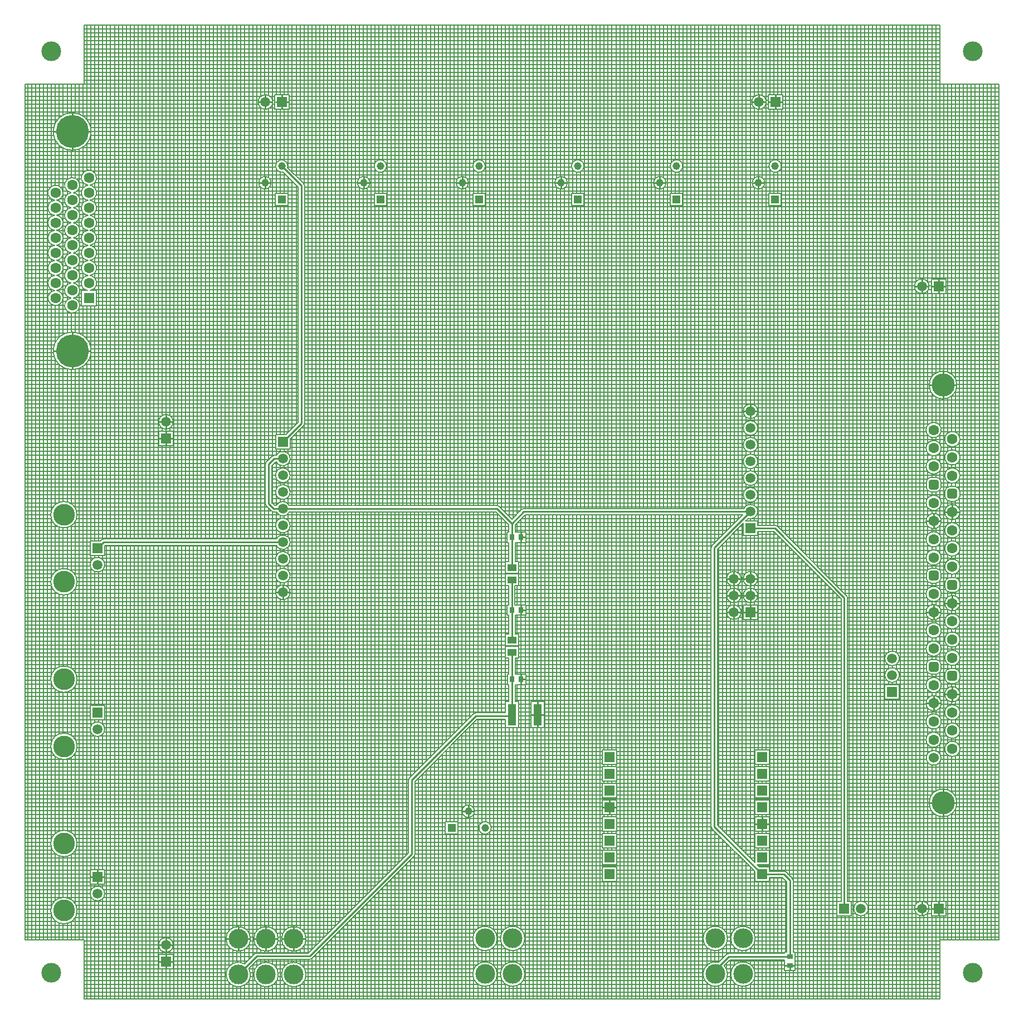
<source format=gbl>
G04*
G04 #@! TF.GenerationSoftware,Altium Limited,Altium Designer,18.0.9 (584)*
G04*
G04 Layer_Physical_Order=2*
G04 Layer_Color=16711680*
%FSLAX44Y44*%
%MOMM*%
G71*
G01*
G75*
%ADD11C,0.2540*%
%ADD13C,0.2000*%
%ADD32R,1.5000X1.5000*%
%ADD33C,1.5000*%
%ADD34R,1.5000X1.5000*%
%ADD35C,1.1680*%
%ADD36R,1.1680X1.1680*%
%ADD37R,1.1680X1.1680*%
%ADD38C,5.0000*%
%ADD39C,1.6000*%
%ADD40R,1.6000X1.6000*%
%ADD41C,3.0000*%
%ADD42C,3.3000*%
G04:AMPARAMS|DCode=43|XSize=1.524mm|YSize=1.524mm|CornerRadius=0.381mm|HoleSize=0mm|Usage=FLASHONLY|Rotation=90.000|XOffset=0mm|YOffset=0mm|HoleType=Round|Shape=RoundedRectangle|*
%AMROUNDEDRECTD43*
21,1,1.5240,0.7620,0,0,90.0*
21,1,0.7620,1.5240,0,0,90.0*
1,1,0.7620,0.3810,0.3810*
1,1,0.7620,0.3810,-0.3810*
1,1,0.7620,-0.3810,-0.3810*
1,1,0.7620,-0.3810,0.3810*
%
%ADD43ROUNDEDRECTD43*%
%ADD44C,1.5240*%
%ADD45C,3.5000*%
%ADD46R,0.8800X0.7200*%
%ADD47R,1.3000X3.2500*%
%ADD48R,1.4000X1.0500*%
%ADD49R,0.7200X0.8800*%
D11*
X224093Y56724D02*
Y66764D01*
X214053D02*
X224093D01*
X214053Y92164D02*
X224093D01*
Y82124D02*
Y92164D01*
Y102204D01*
X109960Y195250D02*
X120000D01*
Y185210D02*
Y195250D01*
X130040D01*
X120000D02*
Y205290D01*
X224093Y66764D02*
Y76804D01*
Y66764D02*
X234133D01*
X224093Y92164D02*
X234133D01*
X334050Y83811D02*
Y101351D01*
X316510D02*
X334050D01*
Y118891D01*
Y101351D02*
X351590D01*
X358685D02*
X376225D01*
Y83811D02*
Y101351D01*
Y118891D01*
Y101351D02*
X393765D01*
X418400Y83811D02*
Y101351D01*
X400860D02*
X418400D01*
Y118891D01*
X391778Y627977D02*
X401818D01*
Y617937D02*
Y627977D01*
Y638017D01*
Y627977D02*
X411858D01*
X418400Y101351D02*
X435940D01*
X683600Y287020D02*
Y295400D01*
X675220D02*
X683600D01*
X691980D01*
X683600D02*
Y303780D01*
X54129Y994956D02*
X81669D01*
X214053Y861764D02*
X224093D01*
X234133D01*
X224093Y851724D02*
Y861764D01*
Y871804D01*
X81669Y994956D02*
Y1022496D01*
X214053Y887164D02*
X224093D01*
X81669Y967416D02*
Y994956D01*
X224093Y877124D02*
Y887164D01*
Y897204D01*
Y887164D02*
X234133D01*
X81669Y994956D02*
X109209D01*
X54129Y1328204D02*
X81669D01*
Y1300664D02*
Y1328204D01*
X109209D01*
X81669D02*
Y1355744D01*
X366220Y1250400D02*
X374600D01*
Y1242020D02*
Y1250400D01*
X382980D01*
X374600D02*
Y1258780D01*
X365296Y1373098D02*
X375336D01*
Y1363058D02*
Y1373098D01*
X385376D01*
X375336D02*
Y1383138D01*
X400736Y1363058D02*
Y1373098D01*
X410776D01*
X390696D02*
X400736D01*
Y1383138D01*
X524600Y1242020D02*
Y1250400D01*
X516220D02*
X524600D01*
X532980D01*
X524600D02*
Y1258780D01*
X674600Y1242020D02*
Y1250400D01*
X666220D02*
X674600D01*
Y1258780D01*
Y1250400D02*
X682980D01*
X1130001Y265602D02*
Y275642D01*
X1119961D02*
X1130001D01*
Y285682D01*
Y275642D02*
X1140041D01*
X887805Y301042D02*
X897845D01*
Y291002D02*
Y301042D01*
Y311082D01*
Y301042D02*
X907885D01*
X789100Y442170D02*
Y460960D01*
X763900Y488790D02*
Y495730D01*
Y502670D01*
Y495730D02*
X770040D01*
X789100Y423380D02*
Y442170D01*
X780060D02*
X789100D01*
X798140D01*
X1165290Y60600D02*
X1172230D01*
Y54460D02*
Y60600D01*
X1179170D01*
X1372836Y137464D02*
Y147504D01*
X1362796D02*
X1372836D01*
Y157544D01*
Y147504D02*
X1382876D01*
X1398236D02*
X1408276D01*
X1388196D02*
X1398236D01*
Y137464D02*
Y147504D01*
Y157544D01*
X1384960Y308000D02*
X1405000D01*
Y287960D02*
Y308000D01*
Y328040D01*
Y308000D02*
X1425040D01*
X1380236Y459384D02*
X1390776D01*
Y448844D02*
Y459384D01*
X1401316D01*
X1390776D02*
Y469924D01*
X1419224Y462560D02*
Y473100D01*
X1408684D02*
X1419224D01*
X1429764D01*
X1419224D02*
Y483640D01*
X763650Y594040D02*
Y600980D01*
Y607920D01*
Y600980D02*
X769790D01*
X763650Y711730D02*
X769790D01*
X763650D02*
Y718670D01*
Y704790D02*
Y711730D01*
X1077098Y597787D02*
X1087138D01*
Y587747D02*
Y597787D01*
X1097178D01*
X1087138D02*
Y607827D01*
X1077098Y623187D02*
X1087138D01*
Y613147D02*
Y623187D01*
X1097178D01*
X1087138D02*
Y633227D01*
X1102498Y597787D02*
X1112538D01*
Y587747D02*
Y597787D01*
X1122578D01*
X1112538D02*
Y607827D01*
Y613147D02*
Y623187D01*
Y633227D01*
Y623187D02*
X1122578D01*
X1102498D02*
X1112538D01*
X1077098Y648587D02*
X1087138D01*
Y638547D02*
Y648587D01*
X1097178D01*
X1087138D02*
Y658627D01*
X1102498Y648587D02*
X1112538D01*
Y638547D02*
Y648587D01*
X1122578D01*
X1112538D02*
Y658627D01*
X824600Y1242020D02*
Y1250400D01*
X816220D02*
X824600D01*
X832980D01*
X824600D02*
Y1258780D01*
X974600Y1242020D02*
Y1250400D01*
Y1258780D01*
Y1250400D02*
X982980D01*
X966220D02*
X974600D01*
X1102508Y903118D02*
X1112548D01*
Y893077D02*
Y903118D01*
Y913158D01*
Y903118D02*
X1122588D01*
X1116220Y1250400D02*
X1124600D01*
Y1242020D02*
Y1250400D01*
Y1258780D01*
Y1250400D02*
X1132980D01*
X1115296Y1373098D02*
X1125336D01*
Y1363058D02*
Y1373098D01*
X1135376D01*
X1125336D02*
Y1383138D01*
X1140696Y1373098D02*
X1150736D01*
Y1363058D02*
Y1373098D01*
X1160776D01*
X1150736D02*
Y1383138D01*
X1380236Y597814D02*
X1390776D01*
Y587274D02*
Y597814D01*
X1401316D01*
X1390776D02*
Y608354D01*
X1380236Y736244D02*
X1390776D01*
Y725704D02*
Y736244D01*
X1401316D01*
X1408684Y611530D02*
X1419224D01*
Y600990D02*
Y611530D01*
Y622070D01*
Y611530D02*
X1429764D01*
X1390776Y736244D02*
Y746784D01*
X1372836Y1083051D02*
Y1093091D01*
X1382876D01*
X1388196D02*
X1398236D01*
Y1083051D02*
Y1093091D01*
X1372836D02*
Y1103131D01*
X1362796Y1093091D02*
X1372836D01*
X1398236D02*
Y1103131D01*
X1384960Y943000D02*
X1405000D01*
X1398236Y1093091D02*
X1408276D01*
X1408684Y749960D02*
X1419224D01*
Y739420D02*
Y749960D01*
Y760500D01*
Y749960D02*
X1429764D01*
X1405000Y922960D02*
Y943000D01*
X1425040D01*
X1405000D02*
Y963040D01*
X120000Y695000D02*
X129178Y704177D01*
X401818D01*
X695000Y440000D02*
X747930D01*
X597500Y342500D02*
X695000Y440000D01*
X597500Y230000D02*
Y342500D01*
X442500Y75000D02*
X597500Y230000D01*
X361924Y75000D02*
X442500D01*
X334050Y47126D02*
X361924Y75000D01*
X747930Y440000D02*
X750100Y442170D01*
X750100Y442170D02*
X750100Y442170D01*
X750100Y442170D02*
Y495730D01*
X401818Y856577D02*
X430000Y884760D01*
Y1245800D01*
X400000Y1275800D02*
X430000Y1245800D01*
X1172500Y74400D02*
Y190000D01*
X750020Y665500D02*
Y732520D01*
X1059000Y47770D02*
Y54000D01*
X1079400Y74400D02*
X1172230D01*
X1059000Y54000D02*
X1079400Y74400D01*
X1149682Y725318D02*
X1254999Y620001D01*
Y147504D02*
Y620001D01*
X1057500Y271943D02*
Y695670D01*
X1112548Y750717D01*
Y725318D02*
X1149682D01*
X1163058Y199442D02*
X1172500Y190000D01*
X1130001Y199442D02*
X1163058D01*
X1057500Y271943D02*
X1130001Y199442D01*
X380000Y822500D02*
X388677Y831177D01*
X401818D01*
X380000Y762500D02*
Y822500D01*
Y762500D02*
X387523Y754977D01*
X401818D01*
X507500D02*
X727563D01*
X401818D02*
X507500D01*
Y755500D01*
X727563Y754977D02*
X750020Y732520D01*
X768217Y750717D01*
X1112548D01*
X749850Y646830D02*
X750020Y647000D01*
X749850Y600980D02*
Y646830D01*
Y600980D02*
X750020Y600810D01*
Y555500D02*
Y600810D01*
Y537000D02*
X750100Y536920D01*
Y495730D02*
Y536920D01*
D13*
X89040Y144250D02*
G03*
X89040Y144250I-20040J0D01*
G01*
X235133Y92164D02*
G03*
X235133Y92164I-11040J0D01*
G01*
X131040Y170250D02*
G03*
X131040Y170250I-11040J0D01*
G01*
X89040Y246250D02*
G03*
X89040Y246250I-20040J0D01*
G01*
X89040Y394000D02*
G03*
X89040Y394000I-20040J0D01*
G01*
X343310Y63188D02*
G03*
X352590Y47126I-9260J-16062D01*
G01*
D02*
G03*
X350112Y56386I-18540J0D01*
G01*
X394765Y47126D02*
G03*
X394765Y47126I-18540J0D01*
G01*
X361924Y79810D02*
G03*
X358523Y78401I0J-4810D01*
G01*
X361924Y79810D02*
G03*
X358523Y78401I0J-4810D01*
G01*
X352590Y101351D02*
G03*
X352590Y101351I-18540J0D01*
G01*
X394765D02*
G03*
X394765Y101351I-18540J0D01*
G01*
X131040Y420000D02*
G03*
X131040Y420000I-11040J0D01*
G01*
X89040Y496000D02*
G03*
X89040Y496000I-20040J0D01*
G01*
Y644000D02*
G03*
X89040Y644000I-20040J0D01*
G01*
X131040Y670000D02*
G03*
X131040Y670000I-11040J0D01*
G01*
X129178Y708987D02*
G03*
X125776Y707579I0J-4810D01*
G01*
X129178Y708987D02*
G03*
X125776Y707579I0J-4810D01*
G01*
X412858Y627977D02*
G03*
X412858Y627977I-11040J0D01*
G01*
Y653377D02*
G03*
X412858Y653377I-11040J0D01*
G01*
Y678777D02*
G03*
X412858Y678777I-11040J0D01*
G01*
X391881Y699367D02*
G03*
X412858Y704177I9937J4810D01*
G01*
D02*
G03*
X391881Y708987I-11040J0D01*
G01*
X436940Y47126D02*
G03*
X436940Y47126I-18540J0D01*
G01*
X442500Y70190D02*
G03*
X445901Y71599I0J4810D01*
G01*
X442500Y70190D02*
G03*
X445901Y71599I0J4810D01*
G01*
X436940Y101351D02*
G03*
X436940Y101351I-18540J0D01*
G01*
X727540Y47770D02*
G03*
X727540Y47770I-18540J0D01*
G01*
X769540D02*
G03*
X769540Y47770I-18540J0D01*
G01*
X727540Y102000D02*
G03*
X727540Y102000I-18540J0D01*
G01*
X769540D02*
G03*
X769540Y102000I-18540J0D01*
G01*
X600901Y226599D02*
G03*
X602310Y230000I-3401J3401D01*
G01*
X600901Y226599D02*
G03*
X602310Y230000I-3401J3401D01*
G01*
X718380Y270000D02*
G03*
X718380Y270000I-9380J0D01*
G01*
X692980Y295400D02*
G03*
X692980Y295400I-9380J0D01*
G01*
X594099Y345901D02*
G03*
X592690Y342500I3401J-3401D01*
G01*
X594099Y345901D02*
G03*
X592690Y342500I3401J-3401D01*
G01*
X695000Y444810D02*
G03*
X691599Y443401I0J-4810D01*
G01*
X695000Y444810D02*
G03*
X691599Y443401I0J-4810D01*
G01*
X54679Y1086650D02*
G03*
X67809Y1075220I1590J-11430D01*
G01*
X89040Y746000D02*
G03*
X89040Y746000I-20040J0D01*
G01*
X80079Y1075220D02*
G03*
X93209Y1063790I1590J-11430D01*
G01*
X110209Y994956D02*
G03*
X110209Y994956I-28540J0D01*
G01*
X67809Y1075220D02*
G03*
X57858Y1086650I-11540J0D01*
G01*
X67809Y1098080D02*
G03*
X57858Y1109510I-11540J0D01*
G01*
X54679D02*
G03*
X54679Y1086650I1590J-11430D01*
G01*
Y1132370D02*
G03*
X54679Y1109510I1590J-11430D01*
G01*
X57858Y1132370D02*
G03*
X67809Y1143800I-1590J11430D01*
G01*
X57858Y1086650D02*
G03*
X67809Y1098080I-1590J11430D01*
G01*
X80079D02*
G03*
X80079Y1075220I1590J-11430D01*
G01*
X57858Y1109510D02*
G03*
X67809Y1120940I-1590J11430D01*
G01*
D02*
G03*
X57858Y1132370I-11540J0D01*
G01*
X80079Y1120940D02*
G03*
X80079Y1098080I1590J-11430D01*
G01*
X80079Y1143800D02*
G03*
X80079Y1120940I1590J-11430D01*
G01*
X375190Y762500D02*
G03*
X376599Y759099I4810J0D01*
G01*
X375190Y762500D02*
G03*
X376599Y759099I4810J0D01*
G01*
Y825901D02*
G03*
X375190Y822500I3401J-3401D01*
G01*
X376599Y825901D02*
G03*
X375190Y822500I3401J-3401D01*
G01*
X235133Y887164D02*
G03*
X235133Y887164I-11040J0D01*
G01*
X384121Y751576D02*
G03*
X387523Y750167I3401J3401D01*
G01*
X384121Y751576D02*
G03*
X387523Y750167I3401J3401D01*
G01*
X388677Y835987D02*
G03*
X385276Y834579I0J-4810D01*
G01*
X388677Y835987D02*
G03*
X385276Y834579I0J-4810D01*
G01*
X93209Y1063790D02*
G03*
X83258Y1075220I-11540J0D01*
G01*
D02*
G03*
X93209Y1086650I-1590J11430D01*
G01*
X93209Y1109510D02*
G03*
X83258Y1120940I-11540J0D01*
G01*
X93209Y1086650D02*
G03*
X83258Y1098080I-11540J0D01*
G01*
D02*
G03*
X93209Y1109510I-1590J11430D01*
G01*
X83258Y1120940D02*
G03*
X93209Y1132370I-1590J11430D01*
G01*
D02*
G03*
X83258Y1143800I-11540J0D01*
G01*
X109311Y1086760D02*
G03*
X118609Y1098080I-2243J11320D01*
G01*
X105479Y1109510D02*
G03*
X104826Y1086760I1590J-11430D01*
G01*
X105479Y1132370D02*
G03*
X105479Y1109510I1590J-11430D01*
G01*
X118609Y1098080D02*
G03*
X108658Y1109510I-11540J0D01*
G01*
D02*
G03*
X118609Y1120940I-1590J11430D01*
G01*
D02*
G03*
X108658Y1132370I-11540J0D01*
G01*
D02*
G03*
X118609Y1143800I-1590J11430D01*
G01*
X54679Y1155230D02*
G03*
X54679Y1132370I1590J-11430D01*
G01*
X57858Y1155230D02*
G03*
X67809Y1166660I-1590J11430D01*
G01*
X54679Y1178090D02*
G03*
X54679Y1155230I1590J-11430D01*
G01*
X67809Y1166660D02*
G03*
X57858Y1178090I-11540J0D01*
G01*
X54679Y1200950D02*
G03*
X54679Y1178090I1590J-11430D01*
G01*
X57858D02*
G03*
X67809Y1189520I-1590J11430D01*
G01*
D02*
G03*
X57858Y1200950I-11540J0D01*
G01*
X54679Y1223810D02*
G03*
X54679Y1200950I1590J-11430D01*
G01*
X57858D02*
G03*
X67809Y1212380I-1590J11430D01*
G01*
Y1143800D02*
G03*
X57858Y1155230I-11540J0D01*
G01*
X80079Y1166660D02*
G03*
X80079Y1143800I1590J-11430D01*
G01*
X83258D02*
G03*
X93209Y1155230I-1590J11430D01*
G01*
D02*
G03*
X83258Y1166660I-11540J0D01*
G01*
X93209Y1178090D02*
G03*
X83258Y1189520I-11540J0D01*
G01*
X80079D02*
G03*
X80079Y1166660I1590J-11430D01*
G01*
X67809Y1212380D02*
G03*
X57858Y1223810I-11540J0D01*
G01*
X83258Y1189520D02*
G03*
X93209Y1200950I-1590J11430D01*
G01*
X80079Y1212380D02*
G03*
X80079Y1189520I1590J-11430D01*
G01*
Y1235240D02*
G03*
X80079Y1212380I1590J-11430D01*
G01*
X93209Y1200950D02*
G03*
X83258Y1212380I-11540J0D01*
G01*
D02*
G03*
X93209Y1223810I-1590J11430D01*
G01*
X57858D02*
G03*
X67809Y1235240I-1590J11430D01*
G01*
D02*
G03*
X54679Y1223810I-11540J0D01*
G01*
X93209D02*
G03*
X83258Y1235240I-11540J0D01*
G01*
X93209Y1246670D02*
G03*
X80079Y1235240I-11540J0D01*
G01*
X110209Y1328204D02*
G03*
X110209Y1328204I-28540J0D01*
G01*
X83258Y1166660D02*
G03*
X93209Y1178090I-1590J11430D01*
G01*
X105479Y1155230D02*
G03*
X105479Y1132370I1590J-11430D01*
G01*
Y1178090D02*
G03*
X105479Y1155230I1590J-11430D01*
G01*
Y1200950D02*
G03*
X105479Y1178090I1590J-11430D01*
G01*
Y1223810D02*
G03*
X105479Y1200950I1590J-11430D01*
G01*
Y1246670D02*
G03*
X105479Y1223810I1590J-11430D01*
G01*
X118609Y1166660D02*
G03*
X108658Y1178090I-11540J0D01*
G01*
X118609Y1143800D02*
G03*
X108658Y1155230I-11540J0D01*
G01*
D02*
G03*
X118609Y1166660I-1590J11430D01*
G01*
X108658Y1200950D02*
G03*
X118609Y1212380I-1590J11430D01*
G01*
X108658Y1178090D02*
G03*
X118609Y1189520I-1590J11430D01*
G01*
D02*
G03*
X108658Y1200950I-11540J0D01*
G01*
X118609Y1212380D02*
G03*
X108658Y1223810I-11540J0D01*
G01*
D02*
G03*
X118609Y1235240I-1590J11430D01*
G01*
X83258D02*
G03*
X93209Y1246670I-1590J11430D01*
G01*
X118609Y1235240D02*
G03*
X108658Y1246670I-11540J0D01*
G01*
D02*
G03*
X118609Y1258100I-1590J11430D01*
G01*
D02*
G03*
X105479Y1246670I-11540J0D01*
G01*
X383980Y1250400D02*
G03*
X383980Y1250400I-9380J0D01*
G01*
X386376Y1373098D02*
G03*
X386376Y1373098I-11040J0D01*
G01*
X391881Y750167D02*
G03*
X411755Y750167I9937J4810D01*
G01*
X412858Y729577D02*
G03*
X412858Y729577I-11040J0D01*
G01*
X411755Y759787D02*
G03*
X391881Y759787I-9937J-4810D01*
G01*
X412858Y780377D02*
G03*
X412858Y780377I-11040J0D01*
G01*
Y805777D02*
G03*
X412858Y805777I-11040J0D01*
G01*
X391881Y826367D02*
G03*
X412858Y831177I9937J4810D01*
G01*
D02*
G03*
X391881Y835987I-11040J0D01*
G01*
X730964Y758379D02*
G03*
X727563Y759787I-3401J-3401D01*
G01*
X730964Y758379D02*
G03*
X727563Y759787I-3401J-3401D01*
G01*
X433401Y881358D02*
G03*
X434810Y884760I-3401J3401D01*
G01*
X509680Y759787D02*
G03*
X505320Y759787I-2180J-4287D01*
G01*
X433401Y881358D02*
G03*
X434810Y884760I-3401J3401D01*
G01*
X409380Y1275800D02*
G03*
X402293Y1266705I-9380J0D01*
G01*
X409095Y1273507D02*
G03*
X409380Y1275800I-9095J2293D01*
G01*
X434810Y1245800D02*
G03*
X433401Y1249201I-4810J0D01*
G01*
X434810Y1245800D02*
G03*
X433401Y1249201I-4810J0D01*
G01*
X533980Y1250400D02*
G03*
X533980Y1250400I-9380J0D01*
G01*
X559380Y1275800D02*
G03*
X559380Y1275800I-9380J0D01*
G01*
X683980Y1250400D02*
G03*
X683980Y1250400I-9380J0D01*
G01*
X709380Y1275800D02*
G03*
X709380Y1275800I-9380J0D01*
G01*
X1063859Y65662D02*
G03*
X1077540Y47770I-4859J-17892D01*
G01*
D02*
G03*
X1072393Y60591I-18540J0D01*
G01*
X1077540Y102000D02*
G03*
X1077540Y102000I-18540J0D01*
G01*
X1079400Y79210D02*
G03*
X1075999Y77801I0J-4810D01*
G01*
X1052690Y271943D02*
G03*
X1054099Y268541I4810J0D01*
G01*
X1052690Y271943D02*
G03*
X1054099Y268541I4810J0D01*
G01*
X1119540Y47770D02*
G03*
X1119540Y47770I-18540J0D01*
G01*
X1079400Y79210D02*
G03*
X1075999Y77801I0J-4810D01*
G01*
X1119540Y102000D02*
G03*
X1119540Y102000I-18540J0D01*
G01*
X1166459Y202843D02*
G03*
X1163058Y204252I-3401J-3401D01*
G01*
X1166459Y202843D02*
G03*
X1163058Y204252I-3401J-3401D01*
G01*
X1177310Y190000D02*
G03*
X1175901Y193401I-4810J0D01*
G01*
X1177310Y190000D02*
G03*
X1175901Y193401I-4810J0D01*
G01*
X1291439Y147504D02*
G03*
X1291439Y147504I-11040J0D01*
G01*
X1383876D02*
G03*
X1383876Y147504I-11040J0D01*
G01*
X1401936Y376326D02*
G03*
X1401936Y376326I-11160J0D01*
G01*
X1426040Y308000D02*
G03*
X1426040Y308000I-21040J0D01*
G01*
X1402316Y404012D02*
G03*
X1402316Y404012I-11540J0D01*
G01*
Y431698D02*
G03*
X1402316Y431698I-11540J0D01*
G01*
Y459384D02*
G03*
X1402316Y459384I-11540J0D01*
G01*
X1338627Y502164D02*
G03*
X1338627Y502164I-11040J0D01*
G01*
Y527564D02*
G03*
X1338627Y527564I-11040J0D01*
G01*
X1402316Y487070D02*
G03*
X1402316Y487070I-11540J0D01*
G01*
X1379616Y510946D02*
G03*
X1386966Y503596I7350J0D01*
G01*
X1430764Y390042D02*
G03*
X1430764Y390042I-11540J0D01*
G01*
Y417728D02*
G03*
X1430764Y417728I-11540J0D01*
G01*
Y445414D02*
G03*
X1430764Y445414I-11540J0D01*
G01*
X1394586Y503596D02*
G03*
X1401936Y510946I0J7350D01*
G01*
X1408064Y496976D02*
G03*
X1415414Y489626I7350J0D01*
G01*
Y511946D02*
G03*
X1408064Y504596I0J-7350D01*
G01*
X1430764Y473100D02*
G03*
X1430764Y473100I-11540J0D01*
G01*
X1423034Y489626D02*
G03*
X1430384Y496976I0J7350D01*
G01*
Y504596D02*
G03*
X1423034Y511946I-7350J0D01*
G01*
X1430764Y528472D02*
G03*
X1430764Y528472I-11540J0D01*
G01*
X1054099Y699071D02*
G03*
X1052690Y695670I3401J-3401D01*
G01*
X768217Y755527D02*
G03*
X764816Y754119I0J-4810D01*
G01*
X768217Y755527D02*
G03*
X764816Y754119I0J-4810D01*
G01*
X1054099Y699071D02*
G03*
X1052690Y695670I3401J-3401D01*
G01*
X1098178Y597787D02*
G03*
X1098178Y597787I-11040J0D01*
G01*
Y623187D02*
G03*
X1098178Y623187I-11040J0D01*
G01*
X1123578D02*
G03*
X1123578Y623187I-11040J0D01*
G01*
X1098178Y648587D02*
G03*
X1098178Y648587I-11040J0D01*
G01*
X1123578D02*
G03*
X1123578Y648587I-11040J0D01*
G01*
X1123588Y750717D02*
G03*
X1102611Y755527I-11040J0D01*
G01*
X1108922Y740290D02*
G03*
X1123588Y750717I3625J10428D01*
G01*
Y776117D02*
G03*
X1123588Y776117I-11040J0D01*
G01*
X1153084Y728719D02*
G03*
X1149682Y730127I-3401J-3401D01*
G01*
X1153084Y728719D02*
G03*
X1149682Y730127I-3401J-3401D01*
G01*
X833980Y1250400D02*
G03*
X833980Y1250400I-9380J0D01*
G01*
X859380Y1275800D02*
G03*
X859380Y1275800I-9380J0D01*
G01*
X983980Y1250400D02*
G03*
X983980Y1250400I-9380J0D01*
G01*
X1009380Y1275800D02*
G03*
X1009380Y1275800I-9380J0D01*
G01*
X1123588Y852318D02*
G03*
X1123588Y852318I-11040J0D01*
G01*
Y877718D02*
G03*
X1123588Y877718I-11040J0D01*
G01*
Y801517D02*
G03*
X1123588Y801517I-11040J0D01*
G01*
Y826917D02*
G03*
X1123588Y826917I-11040J0D01*
G01*
Y903118D02*
G03*
X1123588Y903118I-11040J0D01*
G01*
X1133980Y1250400D02*
G03*
X1133980Y1250400I-9380J0D01*
G01*
X1136376Y1373098D02*
G03*
X1136376Y1373098I-11040J0D01*
G01*
X1159380Y1275800D02*
G03*
X1159380Y1275800I-9380J0D01*
G01*
X1386966Y525916D02*
G03*
X1379616Y518566I0J-7350D01*
G01*
X1402316Y542442D02*
G03*
X1402316Y542442I-11540J0D01*
G01*
Y570128D02*
G03*
X1402316Y570128I-11540J0D01*
G01*
X1401936Y518566D02*
G03*
X1394586Y525916I-7350J0D01*
G01*
X1402316Y597814D02*
G03*
X1402316Y597814I-11540J0D01*
G01*
Y625500D02*
G03*
X1402316Y625500I-11540J0D01*
G01*
X1259809Y620001D02*
G03*
X1258401Y623402I-4810J0D01*
G01*
X1259809Y620001D02*
G03*
X1258401Y623402I-4810J0D01*
G01*
X1379616Y649376D02*
G03*
X1386966Y642026I7350J0D01*
G01*
Y664346D02*
G03*
X1379616Y656996I0J-7350D01*
G01*
X1394586Y642026D02*
G03*
X1401936Y649376I0J7350D01*
G01*
Y656996D02*
G03*
X1394586Y664346I-7350J0D01*
G01*
X1402316Y680872D02*
G03*
X1402316Y680872I-11540J0D01*
G01*
Y708558D02*
G03*
X1402316Y708558I-11540J0D01*
G01*
X1430764Y556158D02*
G03*
X1430764Y556158I-11540J0D01*
G01*
Y583844D02*
G03*
X1430764Y583844I-11540J0D01*
G01*
Y611530D02*
G03*
X1430764Y611530I-11540J0D01*
G01*
X1408064Y635406D02*
G03*
X1415414Y628056I7350J0D01*
G01*
Y650376D02*
G03*
X1408064Y643026I0J-7350D01*
G01*
X1423034Y628056D02*
G03*
X1430384Y635406I0J7350D01*
G01*
Y643026D02*
G03*
X1423034Y650376I-7350J0D01*
G01*
X1430764Y666902D02*
G03*
X1430764Y666902I-11540J0D01*
G01*
Y694588D02*
G03*
X1430764Y694588I-11540J0D01*
G01*
Y722274D02*
G03*
X1430764Y722274I-11540J0D01*
G01*
X1379616Y787806D02*
G03*
X1386966Y780456I7350J0D01*
G01*
Y802776D02*
G03*
X1379616Y795426I0J-7350D01*
G01*
X1402316Y736244D02*
G03*
X1402316Y736244I-11540J0D01*
G01*
Y763930D02*
G03*
X1402316Y763930I-11540J0D01*
G01*
X1394586Y780456D02*
G03*
X1401936Y787806I0J7350D01*
G01*
X1402316Y819302D02*
G03*
X1402316Y819302I-11540J0D01*
G01*
Y846988D02*
G03*
X1402316Y846988I-11540J0D01*
G01*
X1401936Y795426D02*
G03*
X1394586Y802776I-7350J0D01*
G01*
X1383876Y1093091D02*
G03*
X1383876Y1093091I-11040J0D01*
G01*
X1402316Y874674D02*
G03*
X1402316Y874674I-11540J0D01*
G01*
X1426040Y943000D02*
G03*
X1426040Y943000I-21040J0D01*
G01*
X1408064Y773836D02*
G03*
X1415414Y766486I7350J0D01*
G01*
Y788806D02*
G03*
X1408064Y781456I0J-7350D01*
G01*
X1430764Y749960D02*
G03*
X1430764Y749960I-11540J0D01*
G01*
X1423034Y766486D02*
G03*
X1430384Y773836I0J7350D01*
G01*
Y781456D02*
G03*
X1423034Y788806I-7350J0D01*
G01*
X1430764Y805332D02*
G03*
X1430764Y805332I-11540J0D01*
G01*
Y833018D02*
G03*
X1430764Y833018I-11540J0D01*
G01*
Y860704D02*
G03*
X1430764Y860704I-11540J0D01*
G01*
X49999Y100000D02*
Y137880D01*
X10000Y100000D02*
X100000D01*
X55999D02*
Y128999D01*
X10000Y139999D02*
X49416D01*
X10000Y127999D02*
X57273D01*
X10000Y133999D02*
X51780D01*
X79999Y100000D02*
Y127498D01*
X100000Y10000D02*
Y100000D01*
X85999D02*
Y133637D01*
X61999Y100000D02*
Y125472D01*
X67999Y100000D02*
Y124235D01*
X73999Y100000D02*
Y124844D01*
X10000Y145999D02*
X49036D01*
X49999Y150620D02*
Y239880D01*
X10000Y151999D02*
X50519D01*
X10000Y157999D02*
X54420D01*
X55999Y159501D02*
Y230999D01*
X115999Y10000D02*
Y159960D01*
X121999Y10000D02*
Y159392D01*
X127999Y10000D02*
Y162641D01*
X61999Y163027D02*
Y227472D01*
X79999Y161002D02*
Y229498D01*
X109999Y10000D02*
Y165574D01*
X85999Y154863D02*
Y235637D01*
X100000Y43999D02*
X315776D01*
X100000Y31999D02*
X323330D01*
X100000Y37999D02*
X317912D01*
X100000Y61999D02*
X213053D01*
X100000Y49999D02*
X315734D01*
X100000Y55999D02*
X213053D01*
X217999Y10000D02*
Y55724D01*
X213053D02*
X235133D01*
X100000Y67999D02*
X213053D01*
X100000Y73999D02*
X213053D01*
Y77804D02*
X235133D01*
X100000Y91999D02*
X213055D01*
X100000Y85999D02*
X214935D01*
X100000Y97999D02*
X214722D01*
X10000Y103999D02*
X315700D01*
X10000Y109999D02*
X317651D01*
X10000Y115999D02*
X322685D01*
X213053Y55724D02*
Y77804D01*
X217999D02*
Y82958D01*
X10000Y235999D02*
X51780D01*
X10000Y163999D02*
X65598D01*
X10000Y229999D02*
X57274D01*
X10000Y247999D02*
X49036D01*
X10000Y241999D02*
X49416D01*
X10000Y253999D02*
X50519D01*
X67999Y164265D02*
Y226235D01*
X73999Y163656D02*
Y226844D01*
X10000Y259999D02*
X54420D01*
X10000Y265999D02*
X65597D01*
X67999Y266265D02*
Y373985D01*
X10000Y373999D02*
X67754D01*
X10000Y391999D02*
X49060D01*
X10000Y379999D02*
X54662D01*
X10000Y385999D02*
X50627D01*
X10000Y397999D02*
X49363D01*
X10000Y403999D02*
X51633D01*
X10000Y409999D02*
X56932D01*
X49999Y252620D02*
Y387630D01*
X55999Y261501D02*
Y378749D01*
X85999Y256863D02*
Y383387D01*
X73999Y265656D02*
Y374594D01*
X61999Y265028D02*
Y375223D01*
X79999Y263002D02*
Y377248D01*
X10000Y169999D02*
X108963D01*
X72402Y163999D02*
X110900D01*
X10000Y175999D02*
X110575D01*
X10000Y193999D02*
X108960D01*
Y184210D02*
X131040D01*
X10000Y187999D02*
X108960D01*
X109999Y174926D02*
Y184210D01*
X127999Y177859D02*
Y184210D01*
X115999Y180540D02*
Y184210D01*
X121999Y181108D02*
Y184210D01*
X10000Y199999D02*
X108960D01*
X10000Y205999D02*
X108960D01*
Y206290D02*
X131040D01*
X10000Y421999D02*
X109142D01*
X81068Y409999D02*
X115325D01*
X10000Y415999D02*
X109711D01*
X108960Y184210D02*
Y206290D01*
X131040Y184210D02*
Y206290D01*
X115999D02*
Y409710D01*
X109999Y206290D02*
Y415324D01*
X121999Y206290D02*
Y409142D01*
X127999Y206290D02*
Y412391D01*
X223999Y10000D02*
Y55724D01*
X319999Y10000D02*
Y35031D01*
X229999Y10000D02*
Y55724D01*
X235133Y55999D02*
X317771D01*
X331999Y10000D02*
Y28700D01*
X325999Y10000D02*
Y30425D01*
X343999Y10000D02*
Y31481D01*
X361999Y10000D02*
Y35237D01*
X349999Y10000D02*
Y37673D01*
X337999Y10000D02*
Y29011D01*
X352366Y49999D02*
X357909D01*
X350188Y37999D02*
X360087D01*
X352324Y43999D02*
X357951D01*
X235133Y55724D02*
Y77804D01*
X319999Y59221D02*
Y89256D01*
X235133Y61999D02*
X322981D01*
X337999Y65241D02*
Y83236D01*
X325999Y63827D02*
Y84650D01*
X350329Y55999D02*
X359946D01*
X355999Y10000D02*
Y62273D01*
X343310Y63188D02*
X358523Y78401D01*
X343999Y63877D02*
Y85707D01*
X361999Y59015D02*
Y68273D01*
X350112Y56386D02*
X363916Y70190D01*
X367999Y10000D02*
Y30511D01*
X373999Y10000D02*
Y28720D01*
X379999Y10000D02*
Y28974D01*
X344770Y31999D02*
X365505D01*
X385999Y10000D02*
Y31372D01*
X386945Y31999D02*
X407680D01*
X391999Y10000D02*
Y37383D01*
X409999Y10000D02*
Y30599D01*
X403999Y10000D02*
Y35450D01*
X392363Y37999D02*
X402262D01*
X394499Y43999D02*
X400126D01*
X415999Y10000D02*
Y28742D01*
X421999Y10000D02*
Y28939D01*
X355726Y61999D02*
X365156D01*
X387294D02*
X407331D01*
X367999Y63741D02*
Y70190D01*
X385999Y62881D02*
Y70190D01*
X379999Y65278D02*
Y70190D01*
X397999Y10000D02*
Y70190D01*
X394541Y49999D02*
X400084D01*
X392504Y55999D02*
X402121D01*
X403999Y58802D02*
Y70190D01*
X391999Y56869D02*
Y70190D01*
X421999Y65313D02*
Y70190D01*
X409999Y63653D02*
Y70190D01*
X235133Y73999D02*
X354121D01*
X223999Y77804D02*
Y81124D01*
X229999Y77804D02*
Y82836D01*
X233252Y85999D02*
X323655D01*
X331999Y65552D02*
Y82925D01*
X235133Y67999D02*
X348121D01*
X349999Y69877D02*
Y91898D01*
X344445Y85999D02*
X365830D01*
X361999Y79810D02*
Y89462D01*
X233465Y97999D02*
X315815D01*
X235132Y91999D02*
X318041D01*
X350059D02*
X360216D01*
X352284Y97999D02*
X357990D01*
X352400Y103999D02*
X357875D01*
X350449Y109999D02*
X359826D01*
X345415Y115999D02*
X364860D01*
X367999Y79810D02*
Y84736D01*
X373999Y65532D02*
Y70190D01*
Y79810D02*
Y82945D01*
X379999Y79810D02*
Y83199D01*
X385999Y79810D02*
Y85597D01*
X386620Y85999D02*
X408005D01*
X403999Y79810D02*
Y89675D01*
X415999Y65510D02*
Y70190D01*
X409999Y79810D02*
Y84824D01*
X415999Y79810D02*
Y82967D01*
X391999Y79810D02*
Y91608D01*
X421999Y79810D02*
Y83164D01*
X427999Y79810D02*
Y85489D01*
X387590Y115999D02*
X407035D01*
X394459Y97999D02*
X400165D01*
X392234Y91999D02*
X402391D01*
X394575Y103999D02*
X400050D01*
X392624Y109999D02*
X402001D01*
X10000Y487999D02*
X50627D01*
X10000Y475998D02*
X67758D01*
X10000Y481998D02*
X54663D01*
X10000Y493998D02*
X49060D01*
X10000Y505998D02*
X51632D01*
X10000Y511998D02*
X56931D01*
X49999Y400370D02*
Y489630D01*
X61999Y412777D02*
Y477223D01*
X55999Y409251D02*
Y480749D01*
X10000Y499999D02*
X49363D01*
X67999Y414015D02*
Y475985D01*
X73999Y413406D02*
Y476594D01*
X25999Y100000D02*
Y1400000D01*
X37999Y100000D02*
Y1400000D01*
X31999Y100000D02*
Y1400000D01*
X10000Y100000D02*
Y1400000D01*
X20000Y100000D02*
Y1400000D01*
X14000Y100000D02*
Y1400000D01*
X43999Y100000D02*
Y1400000D01*
X55999Y511251D02*
Y628749D01*
X49999Y502370D02*
Y637630D01*
X67999Y516015D02*
Y623985D01*
X61999Y514777D02*
Y625223D01*
X73999Y515406D02*
Y624594D01*
X79999Y512752D02*
Y627248D01*
X10000Y433999D02*
X108960D01*
X10000Y427999D02*
X112391D01*
X10000Y451999D02*
X108960D01*
X10000Y439999D02*
X108960D01*
X10000Y445999D02*
X108960D01*
X109999Y424676D02*
Y433960D01*
X127999Y427609D02*
Y433960D01*
X115999Y430290D02*
Y433960D01*
X121999Y430858D02*
Y433960D01*
X108960D02*
Y456040D01*
Y433960D02*
X131040D01*
Y456040D01*
X79999Y410752D02*
Y479248D01*
X85999Y404613D02*
Y485387D01*
X91999Y100000D02*
Y968351D01*
X85999Y506613D02*
Y633387D01*
X10000Y619998D02*
X394188D01*
X97999Y100000D02*
Y971550D01*
X108960Y456040D02*
X131040D01*
X103999Y10000D02*
Y977183D01*
X115999Y456040D02*
Y659710D01*
X109999Y456040D02*
Y665324D01*
X121999Y456040D02*
Y659143D01*
X127999Y456040D02*
Y662391D01*
X10000Y643998D02*
X48960D01*
X10000Y631998D02*
X52951D01*
X10000Y637998D02*
X49880D01*
X10000Y649998D02*
X49879D01*
X10000Y655998D02*
X52949D01*
X10000Y661998D02*
X60187D01*
X10000Y625998D02*
X60194D01*
X77813Y661998D02*
X112394D01*
X10000Y667998D02*
X109143D01*
X10000Y673998D02*
X109709D01*
X10000Y679998D02*
X115318D01*
X109999Y674676D02*
Y683960D01*
X49999Y650370D02*
Y739630D01*
X10000Y685998D02*
X108960D01*
X55999Y659251D02*
Y730749D01*
X10000Y703998D02*
X108960D01*
X10000Y691998D02*
X108960D01*
X10000Y697998D02*
X108960D01*
X61999Y662777D02*
Y727223D01*
X79999Y660752D02*
Y729248D01*
X85999Y654613D02*
Y735387D01*
X67999Y664015D02*
Y725985D01*
X73999Y663406D02*
Y726593D01*
X108960Y683960D02*
Y706040D01*
X109999D02*
Y991506D01*
X77806Y625998D02*
X390957D01*
X85049Y631998D02*
X391536D01*
X88120Y637998D02*
X397185D01*
X85051Y655998D02*
X391093D01*
X89040Y643998D02*
X395994D01*
X88121Y649998D02*
X391308D01*
X127606Y661998D02*
X394921D01*
X130857Y667998D02*
X399433D01*
X127999Y677609D02*
Y683960D01*
X121999Y680857D02*
Y683960D01*
X130291Y673998D02*
X391866D01*
X124682Y679998D02*
X390845D01*
X115999Y680290D02*
Y683960D01*
X108960D02*
X131040D01*
X108960Y706040D02*
X124238D01*
X115999D02*
Y1063680D01*
X124238Y706040D02*
X125776Y707579D01*
X121999Y706040D02*
Y1490000D01*
X131040Y683960D02*
Y699238D01*
Y685998D02*
X393466D01*
X131040Y697998D02*
X392669D01*
X127999Y708841D02*
Y1490000D01*
X129178Y708987D02*
X391881D01*
X211999Y10000D02*
Y699367D01*
X241999Y10000D02*
Y699367D01*
X235999Y10000D02*
Y699367D01*
X217999Y101369D02*
Y699367D01*
X229999Y101491D02*
Y699367D01*
X223999Y103203D02*
Y699367D01*
X271999Y10000D02*
Y699367D01*
X283999Y10000D02*
Y699367D01*
X277999Y10000D02*
Y699367D01*
X253999Y10000D02*
Y699367D01*
X247999Y10000D02*
Y699367D01*
X265999Y10000D02*
Y699367D01*
X259999Y10000D02*
Y699367D01*
X151999Y10000D02*
Y699367D01*
X163999Y10000D02*
Y699367D01*
X157999Y10000D02*
Y699367D01*
X133999Y10000D02*
Y699367D01*
X145999Y10000D02*
Y699367D01*
X139999Y10000D02*
Y699367D01*
X193999Y10000D02*
Y699367D01*
X205999Y10000D02*
Y699367D01*
X199999Y10000D02*
Y699367D01*
X175999Y10000D02*
Y699367D01*
X169999Y10000D02*
Y699367D01*
X187999Y10000D02*
Y699367D01*
X181999Y10000D02*
Y699367D01*
X289999Y10000D02*
Y699367D01*
X319999Y113446D02*
Y699367D01*
X313999Y10000D02*
Y699367D01*
X325999Y118052D02*
Y699367D01*
X337999Y119466D02*
Y699367D01*
X331999Y119777D02*
Y699367D01*
X391999Y111094D02*
Y622931D01*
X403999Y113027D02*
Y617155D01*
X397999Y79810D02*
Y617619D01*
X409999Y117878D02*
Y620564D01*
X295999Y10000D02*
Y699367D01*
X307999Y10000D02*
Y699367D01*
X301999Y10000D02*
Y699367D01*
X343999Y116995D02*
Y699367D01*
X355999Y75877D02*
Y699367D01*
X349999Y110804D02*
Y699367D01*
X361999Y113240D02*
Y699367D01*
X385999Y117106D02*
Y699367D01*
X367999Y117966D02*
Y699367D01*
X379999Y119503D02*
Y699367D01*
X373999Y119757D02*
Y699367D01*
X421999Y119538D02*
Y750167D01*
X415999Y119735D02*
Y750167D01*
X151999Y708987D02*
Y1490000D01*
X169999Y708987D02*
Y1490000D01*
X163999Y708987D02*
Y1490000D01*
X133999Y708987D02*
Y1490000D01*
X145999Y708987D02*
Y1490000D01*
X139999Y708987D02*
Y1490000D01*
X217999Y708987D02*
Y850724D01*
X229999Y708987D02*
Y850724D01*
X223999Y708987D02*
Y850724D01*
X181999Y708987D02*
Y1490000D01*
X175999Y708987D02*
Y1490000D01*
X193999Y708987D02*
Y1490000D01*
X187999Y708987D02*
Y1490000D01*
X211999Y708987D02*
Y1490000D01*
X241999Y708987D02*
Y1490000D01*
X235999Y708987D02*
Y1490000D01*
X157999Y708987D02*
Y1490000D01*
X205999Y708987D02*
Y1490000D01*
X199999Y708987D02*
Y1490000D01*
X271999Y708987D02*
Y1490000D01*
X283999Y708987D02*
Y1490000D01*
X277999Y708987D02*
Y1490000D01*
X253999Y708987D02*
Y1490000D01*
X247999Y708987D02*
Y1490000D01*
X265999Y708987D02*
Y1490000D01*
X259999Y708987D02*
Y1490000D01*
X391999Y633024D02*
Y648331D01*
X397999Y638336D02*
Y643019D01*
X391999Y658424D02*
Y673731D01*
X397999Y663736D02*
Y668419D01*
X409999Y635391D02*
Y645964D01*
X403999Y638800D02*
Y642555D01*
Y664200D02*
Y667955D01*
X409999Y660791D02*
Y671364D01*
X403999Y689600D02*
Y693355D01*
X289999Y708987D02*
Y1490000D01*
X131170Y699367D02*
X391881D01*
X295999Y708987D02*
Y1490000D01*
X301999Y708987D02*
Y1490000D01*
X313999Y708987D02*
Y1490000D01*
X307999Y708987D02*
Y1490000D01*
X391999Y683824D02*
Y699131D01*
X397999Y689136D02*
Y693819D01*
X409999Y686191D02*
Y696764D01*
X367999Y708987D02*
Y1243736D01*
X361999Y708987D02*
Y1490000D01*
X427999Y10000D02*
Y31264D01*
X433999Y57147D02*
Y70190D01*
X427999Y62988D02*
Y70190D01*
X363916D02*
X442500D01*
X361924Y79810D02*
X440508D01*
X433999Y10000D02*
Y37105D01*
X439999Y10000D02*
Y70190D01*
X451999Y10000D02*
Y77696D01*
X445999Y10000D02*
Y71696D01*
X433999Y79810D02*
Y91330D01*
X100000Y79999D02*
X440697D01*
X428795Y85999D02*
X446697D01*
X434409Y91999D02*
X452697D01*
X436634Y97999D02*
X458697D01*
X481998Y10000D02*
Y107696D01*
X487999Y10000D02*
Y113696D01*
X493998Y10000D02*
Y119696D01*
X457999Y10000D02*
Y83696D01*
X463999Y10000D02*
Y89696D01*
X469999Y10000D02*
Y95696D01*
X475998Y10000D02*
Y101696D01*
X100000Y20000D02*
X1400000D01*
X100000Y10000D02*
X1400000D01*
X100000Y14000D02*
X1400000D01*
X429120Y31999D02*
X699252D01*
X100000Y25999D02*
X1400000D01*
X361726Y67999D02*
X1066197D01*
X436716Y49999D02*
X690595D01*
X434538Y37999D02*
X693244D01*
X436674Y43999D02*
X690847D01*
X434679Y55999D02*
X692386D01*
X429468Y61999D02*
X697115D01*
X448302Y73999D02*
X1072197D01*
X454302Y79999D02*
X1164290D01*
X499999Y10000D02*
Y125696D01*
X445901Y71599D02*
X600901Y226599D01*
X440508Y79810D02*
X592690Y231992D01*
X472302Y97999D02*
X690897D01*
X460302Y85999D02*
X699635D01*
X466302Y91999D02*
X693389D01*
X529998Y10000D02*
Y155696D01*
X535998Y10000D02*
Y161696D01*
X541998Y10000D02*
Y167696D01*
X505998Y10000D02*
Y131696D01*
X511998Y10000D02*
Y137696D01*
X517999Y10000D02*
Y143696D01*
X523998Y10000D02*
Y149696D01*
X10000Y121999D02*
X482697D01*
X80727Y127999D02*
X488697D01*
X86220Y133999D02*
X494697D01*
X88584Y139999D02*
X500697D01*
X87481Y151999D02*
X512697D01*
X83580Y157999D02*
X518697D01*
X436750Y103999D02*
X464697D01*
X434799Y109999D02*
X470697D01*
X429765Y115999D02*
X476697D01*
X88964Y145999D02*
X506697D01*
X129100Y163999D02*
X524697D01*
X131037Y169999D02*
X530697D01*
X10000Y181999D02*
X542697D01*
X10000Y211999D02*
X572697D01*
X10000Y217999D02*
X578697D01*
X10000Y223999D02*
X584697D01*
X10000Y289999D02*
X592690D01*
X10000Y325999D02*
X592690D01*
X129425Y175999D02*
X536697D01*
X131040Y187999D02*
X548697D01*
X131040Y193999D02*
X554697D01*
X131040Y199999D02*
X560697D01*
X131040Y205999D02*
X566697D01*
X80726Y229999D02*
X590697D01*
X10000Y277999D02*
X592690D01*
X478302Y103999D02*
X690568D01*
X484302Y109999D02*
X692274D01*
X490302Y115999D02*
X696845D01*
X88584Y241999D02*
X592690D01*
X496302Y121999D02*
X1167690D01*
X86220Y235999D02*
X592690D01*
X514302Y139999D02*
X1167690D01*
X502302Y127999D02*
X1167690D01*
X508302Y133999D02*
X1167690D01*
X532302Y157999D02*
X1167690D01*
X538302Y163999D02*
X1167690D01*
X520302Y145999D02*
X1167690D01*
X526302Y151999D02*
X1167690D01*
X10000Y313999D02*
X592690D01*
X10000Y301999D02*
X592690D01*
X10000Y307999D02*
X592690D01*
X10000Y337999D02*
X592690D01*
X10000Y319999D02*
X592690D01*
X10000Y331999D02*
X592690D01*
X83580Y259999D02*
X592690D01*
X88964Y247999D02*
X592690D01*
X87481Y253999D02*
X592690D01*
X10000Y283999D02*
X592690D01*
X10000Y295999D02*
X592690D01*
X72403Y265999D02*
X592690D01*
X10000Y271999D02*
X592690D01*
X547998Y10000D02*
Y173696D01*
X553998Y10000D02*
Y179696D01*
X559998Y10000D02*
Y185696D01*
X691998Y55164D02*
Y94606D01*
X697998Y10000D02*
Y32847D01*
X691998Y10000D02*
Y40376D01*
X703998Y10000D02*
Y29918D01*
X709998Y10000D02*
Y29257D01*
X715998Y10000D02*
Y30601D01*
X703998Y65623D02*
Y84148D01*
X697998Y62693D02*
Y87077D01*
X709998Y66283D02*
Y83487D01*
X715998Y64939D02*
Y84831D01*
X583998Y10000D02*
Y209696D01*
X589998Y10000D02*
Y215696D01*
X595998Y10000D02*
Y221696D01*
X565998Y10000D02*
Y191696D01*
X571998Y10000D02*
Y197696D01*
X577998Y10000D02*
Y203696D01*
X601998Y10000D02*
Y228297D01*
X655998Y10000D02*
Y260620D01*
X649998Y10000D02*
Y260620D01*
X661998Y10000D02*
Y260620D01*
X679998Y10000D02*
Y286739D01*
X685998Y10000D02*
Y286332D01*
X691998Y109394D02*
Y291222D01*
X721998Y10000D02*
Y34550D01*
X718748Y31999D02*
X741252D01*
X725614Y55999D02*
X734387D01*
X724756Y37999D02*
X735244D01*
X720885Y61999D02*
X739115D01*
X733998Y10000D02*
Y40377D01*
X751998Y10000D02*
Y29257D01*
X739998Y10000D02*
Y32847D01*
X727153Y43999D02*
X732848D01*
X727405Y49999D02*
X732595D01*
X745998Y10000D02*
Y29918D01*
X721998Y60991D02*
Y88779D01*
X718365Y85999D02*
X741635D01*
X725726Y109999D02*
X734275D01*
X724612Y91999D02*
X735389D01*
X721155Y115999D02*
X738845D01*
X733998Y55163D02*
Y94607D01*
X745998Y65623D02*
Y84148D01*
X739998Y62693D02*
Y87077D01*
X727103Y97999D02*
X732897D01*
X727432Y103999D02*
X732568D01*
X751998Y66283D02*
Y83487D01*
X648820Y260620D02*
X667580D01*
X602310Y277999D02*
X648820D01*
X602310Y265999D02*
X648820D01*
X602310Y271999D02*
X648820D01*
X703998Y119853D02*
Y262065D01*
X709998Y120513D02*
Y260673D01*
X715998Y119169D02*
Y263754D01*
X667580Y271999D02*
X699836D01*
X667580Y260620D02*
Y279380D01*
Y265999D02*
X700516D01*
X667580Y277999D02*
X704101D01*
X648820Y260620D02*
Y279380D01*
X602310Y289999D02*
X675931D01*
X602310Y295999D02*
X674239D01*
X602310Y301999D02*
X676934D01*
X602310Y325999D02*
X886805D01*
X602310Y331999D02*
X886805D01*
X648820Y279380D02*
X667580D01*
X556301Y181999D02*
X1167690D01*
X544301Y169999D02*
X1167690D01*
X550302Y175999D02*
X1167690D01*
X574301Y199999D02*
X886805D01*
X562301Y187999D02*
X1167690D01*
X568302Y193999D02*
X886805D01*
X580302Y205999D02*
X886805D01*
X586301Y211999D02*
X1110641D01*
X592301Y217999D02*
X886805D01*
X598301Y223999D02*
X886805D01*
X602310Y229999D02*
X886805D01*
X602310Y235999D02*
X1086641D01*
X602310Y241999D02*
X886805D01*
X602310Y259999D02*
X886805D01*
X602310Y247999D02*
X886805D01*
X602310Y253999D02*
X886805D01*
X602310Y283999D02*
X886805D01*
X602310Y313999D02*
X1052690D01*
X602310Y319999D02*
X886805D01*
X713899Y277999D02*
X886805D01*
X717484Y265999D02*
X886805D01*
X718165Y271999D02*
X886805D01*
X690266Y301999D02*
X886805D01*
X602310Y307999D02*
X886805D01*
X691269Y289999D02*
X1052690D01*
X692961Y295999D02*
X886805D01*
X505998Y145301D02*
Y750167D01*
X517999Y157301D02*
Y750167D01*
X511998Y151301D02*
Y750167D01*
X523998Y163301D02*
Y750167D01*
X535998Y175301D02*
Y750167D01*
X529998Y169301D02*
Y750167D01*
X541998Y181301D02*
Y750167D01*
X553998Y193301D02*
Y750167D01*
X547998Y187301D02*
Y750167D01*
X565998Y205301D02*
Y750167D01*
X559998Y199301D02*
Y750167D01*
X577998Y217301D02*
Y750167D01*
X571998Y211301D02*
Y750167D01*
X439999Y79810D02*
Y750167D01*
X451999Y91301D02*
Y750167D01*
X445999Y85301D02*
Y750167D01*
X427999Y117213D02*
Y750167D01*
X457999Y97301D02*
Y750167D01*
X433999Y111372D02*
Y750167D01*
X463999Y103301D02*
Y750167D01*
X475998Y115301D02*
Y750167D01*
X469999Y109301D02*
Y750167D01*
X487999Y127301D02*
Y750167D01*
X481998Y121301D02*
Y750167D01*
X499999Y139301D02*
Y750167D01*
X493998Y133301D02*
Y750167D01*
X592690Y231992D02*
Y342500D01*
X10000Y343999D02*
X592929D01*
X10000Y349999D02*
X598196D01*
X10000Y355999D02*
X604196D01*
X10000Y361999D02*
X610196D01*
X602310Y230000D02*
Y340508D01*
X607998Y10000D02*
Y346196D01*
X613998Y10000D02*
Y352196D01*
X605801Y343999D02*
X886805D01*
X602310Y337999D02*
X1052690D01*
X611801Y349999D02*
X886805D01*
X583998Y223301D02*
Y750167D01*
X10000Y367999D02*
X616196D01*
X70246Y373999D02*
X622196D01*
X83338Y379999D02*
X628196D01*
X87373Y385999D02*
X634196D01*
X88940Y391999D02*
X640196D01*
X589998Y229301D02*
Y750167D01*
X602310Y340508D02*
X696992Y435190D01*
X594099Y345901D02*
X691599Y443401D01*
X601998Y353801D02*
Y750167D01*
X595998Y347801D02*
Y750167D01*
X613998Y365801D02*
Y750167D01*
X607998Y359801D02*
Y750167D01*
X88637Y397999D02*
X646196D01*
X86368Y403999D02*
X652196D01*
X124675Y409999D02*
X658196D01*
X10000Y535998D02*
X739480D01*
X10000Y457999D02*
X740060D01*
X10000Y529998D02*
X739480D01*
X130289Y415999D02*
X664196D01*
X130858Y421999D02*
X670196D01*
X127609Y427999D02*
X676196D01*
X131040Y433999D02*
X682196D01*
X131040Y439999D02*
X688196D01*
X131040Y445999D02*
X740060D01*
X131040Y451999D02*
X740060D01*
X10000Y553998D02*
X739480D01*
X10000Y541998D02*
X739480D01*
X10000Y547998D02*
X739480D01*
X10000Y559998D02*
X739480D01*
X10000Y595998D02*
X742710D01*
X10000Y601998D02*
X742710D01*
X412328Y649998D02*
X739480D01*
X10000Y607998D02*
X742710D01*
X407641Y643998D02*
X739480D01*
X408714Y661998D02*
X739480D01*
X404203Y667998D02*
X739480D01*
X411770Y673998D02*
X739480D01*
X412856Y703998D02*
X742710D01*
X10000Y517999D02*
X745290D01*
X10000Y463999D02*
X745290D01*
X10000Y469999D02*
X745290D01*
X10000Y571998D02*
X745210D01*
X10000Y523998D02*
X745290D01*
X10000Y565998D02*
X745210D01*
X87373Y487999D02*
X742960D01*
X70243Y475998D02*
X745290D01*
X83337Y481998D02*
X745290D01*
X88940Y493998D02*
X742960D01*
X88637Y499999D02*
X742960D01*
X86368Y505998D02*
X745290D01*
X81069Y511998D02*
X745290D01*
X10000Y589998D02*
X745210D01*
X10000Y577998D02*
X745210D01*
X10000Y583998D02*
X745210D01*
X10000Y613998D02*
X745040D01*
X406451Y637998D02*
X745040D01*
X131040Y691998D02*
X745210D01*
X412100Y631998D02*
X745040D01*
X409448Y619998D02*
X745040D01*
X412679Y625998D02*
X745040D01*
X410169Y685998D02*
X745210D01*
X410966Y697998D02*
X745210D01*
X412542Y655998D02*
X1052690D01*
X412790Y679998D02*
X745210D01*
X619998Y10000D02*
Y358196D01*
X625998Y10000D02*
Y364196D01*
X631998Y10000D02*
Y370196D01*
X637998Y10000D02*
Y376196D01*
X643998Y10000D02*
Y382196D01*
X649998Y279380D02*
Y388196D01*
X661998Y279380D02*
Y400196D01*
X667998Y10000D02*
Y406196D01*
X673998Y10000D02*
Y412196D01*
X655998Y279380D02*
Y394196D01*
X679998Y304061D02*
Y418196D01*
X685998Y304468D02*
Y424196D01*
X691998Y299578D02*
Y430196D01*
X619998Y371801D02*
Y750167D01*
X631998Y383801D02*
Y750167D01*
X625998Y377801D02*
Y750167D01*
X637998Y389801D02*
Y750167D01*
X649998Y401801D02*
Y750167D01*
X643998Y395801D02*
Y750167D01*
X655998Y407801D02*
Y750167D01*
X697998Y116923D02*
Y435190D01*
X661998Y413801D02*
Y750167D01*
X673998Y425801D02*
Y750167D01*
X667998Y419800D02*
Y750167D01*
X685998Y437800D02*
Y750167D01*
X679998Y431800D02*
Y750167D01*
X629801Y367999D02*
X886805D01*
X617801Y355999D02*
X886805D01*
X623801Y361999D02*
X886805D01*
X647801Y385999D02*
X886805D01*
X635801Y373999D02*
X886805D01*
X641801Y379999D02*
X886805D01*
X745998Y119853D02*
Y422380D01*
X653801Y391999D02*
X1052690D01*
X659801Y397999D02*
X1052690D01*
X677801Y415999D02*
X1052690D01*
X683801Y421999D02*
X1052690D01*
X665801Y403999D02*
X1052690D01*
X671801Y409999D02*
X1052690D01*
X703998Y277935D02*
Y435190D01*
X715998Y276246D02*
Y435190D01*
X709998Y279327D02*
Y435190D01*
X696992D02*
X740060D01*
X689801Y427999D02*
X740060D01*
X695801Y433999D02*
X740060D01*
X721998Y115221D02*
Y435190D01*
X733998Y109393D02*
Y435190D01*
X727998Y10000D02*
Y435190D01*
X740060Y422380D02*
Y435190D01*
X739998Y116923D02*
Y435190D01*
X740060Y422380D02*
X760140D01*
X751998Y120513D02*
Y422380D01*
X695000Y444810D02*
X740060D01*
X739480Y528210D02*
Y545790D01*
Y546710D02*
Y564290D01*
Y638210D02*
X745040D01*
X739998Y444810D02*
Y528210D01*
X740060Y444810D02*
Y461960D01*
X742960Y487790D02*
Y503670D01*
X742710Y593040D02*
Y608920D01*
X745040D02*
Y638210D01*
X739480Y564290D02*
X745210D01*
X742710Y608920D02*
X745040D01*
X691998Y443758D02*
Y750167D01*
X703998Y444810D02*
Y750167D01*
X697998Y444810D02*
Y750167D01*
X709998Y444810D02*
Y750167D01*
X721998Y444810D02*
Y750167D01*
X715998Y444810D02*
Y750167D01*
X727998Y444810D02*
Y747740D01*
X739998Y564290D02*
Y638210D01*
X733998Y444810D02*
Y741740D01*
X739480Y638210D02*
Y655790D01*
Y656710D02*
Y674290D01*
X742710Y703790D02*
Y719670D01*
X739998Y674290D02*
Y735740D01*
X739480Y528210D02*
X745290D01*
X740060Y461960D02*
X745290D01*
X742960Y487790D02*
X745290D01*
X742710Y593040D02*
X745210D01*
X739480Y545790D02*
X760560D01*
X739480Y546710D02*
X760560D01*
X742960Y503670D02*
X745290D01*
Y461960D02*
Y487790D01*
Y503670D02*
Y528210D01*
X745210Y564290D02*
Y593040D01*
X754660Y608920D02*
X756510D01*
X754830Y583998D02*
X1052690D01*
X754660Y613998D02*
X1052690D01*
X739480Y656710D02*
X760560D01*
X754660Y637998D02*
X1052690D01*
X739480Y655790D02*
X760560D01*
X742710Y703790D02*
X745210D01*
X739480Y674290D02*
X745210D01*
Y703790D01*
X754660Y608920D02*
Y638210D01*
Y619998D02*
X1052690D01*
X754660Y625998D02*
X1052690D01*
X754660Y638210D02*
X760560D01*
X754830Y703790D02*
X756510D01*
X754660Y631998D02*
X1052690D01*
X754830Y679998D02*
X1052690D01*
X10000Y739998D02*
X49880D01*
X10000Y727998D02*
X60195D01*
X10000Y733998D02*
X52951D01*
X10000Y745998D02*
X48960D01*
X10000Y751998D02*
X49879D01*
X10000Y757998D02*
X52948D01*
X10000Y763998D02*
X60187D01*
X67999Y766015D02*
Y969902D01*
X61999Y764777D02*
Y974276D01*
X10000Y979997D02*
X57363D01*
X10000Y967998D02*
X72300D01*
X10000Y973997D02*
X62297D01*
X10000Y991998D02*
X53282D01*
X10000Y985997D02*
X54571D01*
X10000Y997998D02*
X53291D01*
X10000Y1003997D02*
X54599D01*
X10000Y1009997D02*
X57414D01*
X10000Y1015997D02*
X62387D01*
X49999Y752370D02*
Y1065531D01*
X55999Y761251D02*
Y982481D01*
Y1007431D02*
Y1063683D01*
X61999Y1015636D02*
Y1065203D01*
X10000Y1021997D02*
X72542D01*
X10000Y1057997D02*
X71688D01*
X10000Y817998D02*
X375190D01*
X10000Y805998D02*
X375190D01*
X10000Y811998D02*
X375190D01*
X10000Y823998D02*
X375429D01*
X10000Y829998D02*
X380695D01*
X10000Y835998D02*
X391886D01*
X10000Y769998D02*
X375190D01*
X10000Y775998D02*
X375190D01*
X10000Y793998D02*
X375190D01*
X10000Y799998D02*
X375190D01*
X10000Y781998D02*
X375190D01*
X10000Y787998D02*
X375190D01*
X10000Y859998D02*
X213053D01*
X10000Y847998D02*
X390778D01*
X10000Y853998D02*
X213053D01*
X10000Y865998D02*
X213053D01*
X10000Y871998D02*
X213053D01*
X10000Y877998D02*
X217940D01*
X73999Y765406D02*
Y967466D01*
X10000Y883998D02*
X213517D01*
X10000Y889998D02*
X213423D01*
X10000Y895998D02*
X217472D01*
X10000Y1075997D02*
X44755D01*
X10000Y1063997D02*
X53581D01*
X10000Y1069997D02*
X45978D01*
X10000Y1093997D02*
X45475D01*
X10000Y1081997D02*
X46928D01*
X10000Y1087997D02*
X50655D01*
X49999Y1084909D02*
Y1088391D01*
X61999Y1085236D02*
Y1088064D01*
X10000Y1099997D02*
X44889D01*
X10000Y1105997D02*
X47873D01*
X10000Y1117997D02*
X45110D01*
X10000Y1111997D02*
X48975D01*
X10000Y1123997D02*
X45141D01*
X10000Y1147997D02*
X45519D01*
X10000Y1129997D02*
X49118D01*
X10000Y1135997D02*
X47766D01*
X49999Y1107768D02*
Y1111251D01*
X61999Y1108096D02*
Y1110923D01*
X49999Y1130629D02*
Y1134111D01*
X10000Y1141997D02*
X44870D01*
X61999Y1130956D02*
Y1133783D01*
X58957Y1063997D02*
X70130D01*
X65609Y1081997D02*
X71108D01*
X61882Y1087997D02*
X70208D01*
X64664Y1105997D02*
X70676D01*
X63562Y1111997D02*
X70400D01*
X66559Y1069997D02*
X71940D01*
X73999Y1072413D02*
Y1078027D01*
X67062Y1093997D02*
X72770D01*
X73999Y1095273D02*
Y1100887D01*
X67782Y1075997D02*
X77231D01*
X67648Y1099997D02*
X75136D01*
X63420Y1129997D02*
X70375D01*
X61671Y1153997D02*
X70195D01*
X64771Y1135997D02*
X70714D01*
X67018Y1147997D02*
X72676D01*
X67427Y1117997D02*
X73850D01*
X73999Y1118133D02*
Y1123747D01*
X67396Y1123997D02*
X73727D01*
X73999Y1140993D02*
Y1146607D01*
X67667Y1141997D02*
X75306D01*
X213053Y850724D02*
Y872804D01*
X77813Y763998D02*
X375190D01*
X213053Y850724D02*
X235133D01*
X213053Y872804D02*
X235133D01*
X375190Y762500D02*
Y822500D01*
X79999Y762752D02*
Y966465D01*
X85999Y756612D02*
Y966746D01*
X217999Y872804D02*
Y877958D01*
X235133Y850724D02*
Y872804D01*
X223999D02*
Y876124D01*
X229999Y872804D02*
Y877836D01*
X379999Y708987D02*
Y755699D01*
X77805Y727998D02*
X390891D01*
X85049Y733998D02*
X391702D01*
X85051Y757998D02*
X377700D01*
X88121Y751998D02*
X383700D01*
X376599Y759099D02*
X384121Y751576D01*
X385999Y708987D02*
Y750415D01*
X384810Y764492D02*
X389515Y759787D01*
X384810Y775998D02*
X391684D01*
X387523Y750167D02*
X391881D01*
X389515Y759787D02*
X391881D01*
X376599Y825901D02*
X385276Y834579D01*
X384810Y805998D02*
X390780D01*
X384810Y820508D02*
X390670Y826367D01*
X235133Y865998D02*
X390778D01*
X235133Y853998D02*
X390778D01*
X235133Y859998D02*
X390778D01*
X384810Y764492D02*
Y820508D01*
Y781998D02*
X390897D01*
X385999Y763304D02*
Y821696D01*
X388677Y835987D02*
X391881D01*
X390778Y845537D02*
Y867617D01*
X73999Y1022446D02*
Y1055167D01*
X79999Y1023447D02*
Y1052371D01*
X85999Y1023166D02*
Y1053093D01*
X86106Y1075997D02*
X95529D01*
X91999Y1021561D02*
Y1058647D01*
X93207Y1063997D02*
X95529D01*
Y1063680D02*
Y1086760D01*
X91397Y1069997D02*
X95529D01*
X91999Y1068933D02*
Y1081507D01*
X92229Y1081997D02*
X95529D01*
X90567Y1093997D02*
X96275D01*
X88032Y1141997D02*
X95670D01*
X91999Y1091793D02*
Y1104367D01*
X88202Y1099997D02*
X95689D01*
X91999Y1114653D02*
Y1127227D01*
X89488Y1117997D02*
X95910D01*
X91999Y1137513D02*
Y1150087D01*
X89610Y1123997D02*
X95941D01*
X90661Y1147997D02*
X96319D01*
X95529Y1086760D02*
X104826D01*
X95529Y1063680D02*
X118609D01*
X97999Y1086760D02*
Y1090944D01*
X93130Y1087997D02*
X101455D01*
X92661Y1105997D02*
X98673D01*
X97999Y1018362D02*
Y1063680D01*
X109999Y998406D02*
Y1063680D01*
X103999Y1012729D02*
Y1063680D01*
X118609D02*
Y1086760D01*
X115999D02*
Y1090771D01*
X109311Y1086760D02*
X118609D01*
X92937Y1111997D02*
X99775D01*
X97999Y1128076D02*
Y1136664D01*
X92962Y1129997D02*
X99918D01*
X92624Y1135997D02*
X98566D01*
X97999Y1105216D02*
Y1113804D01*
X115999Y1105388D02*
Y1113631D01*
Y1128249D02*
Y1136491D01*
X10000Y1159997D02*
X46846D01*
X10000Y1153997D02*
X50866D01*
X10000Y1165997D02*
X44748D01*
X10000Y1171997D02*
X46037D01*
X10000Y1177997D02*
X54114D01*
X49999Y1153488D02*
Y1156971D01*
X61999Y1153816D02*
Y1156644D01*
X49999Y1176348D02*
Y1179831D01*
X61999Y1176676D02*
Y1179503D01*
X10000Y1189997D02*
X44738D01*
X10000Y1183997D02*
X46136D01*
X10000Y1195997D02*
X46718D01*
X10000Y1213997D02*
X44843D01*
X10000Y1201997D02*
X51232D01*
X10000Y1207997D02*
X45593D01*
X49999Y1199209D02*
Y1202691D01*
X61999Y1199536D02*
Y1202364D01*
X65691Y1159997D02*
X71159D01*
X67790Y1165997D02*
X77517D01*
X58423Y1177997D02*
X70129D01*
X66500Y1171997D02*
X71868D01*
X66401Y1183997D02*
X71755D01*
X73999Y1163853D02*
Y1169467D01*
X67799Y1189997D02*
X78034D01*
X67999Y1020010D02*
Y1303150D01*
X65819Y1195997D02*
X71245D01*
X61305Y1201997D02*
X70176D01*
X66944Y1207997D02*
X72530D01*
X67695Y1213997D02*
X75596D01*
X73999Y1186713D02*
Y1192327D01*
Y1209573D02*
Y1215187D01*
X10000Y1231997D02*
X45194D01*
X10000Y1219997D02*
X47600D01*
X10000Y1225997D02*
X49359D01*
X10000Y1237997D02*
X45063D01*
X10000Y1243997D02*
X48753D01*
X10000Y1303997D02*
X66551D01*
X49999Y1222068D02*
Y1225551D01*
X61999Y1222396D02*
Y1225223D01*
Y1245256D02*
Y1307524D01*
X63178Y1225997D02*
X70338D01*
X63784Y1243997D02*
X70442D01*
X10000Y1321997D02*
X53812D01*
X10000Y1309997D02*
X59691D01*
X10000Y1315997D02*
X55871D01*
X10000Y1327997D02*
X53129D01*
X10000Y1333997D02*
X53723D01*
X10000Y1339997D02*
X55679D01*
X49999Y1244929D02*
Y1400000D01*
X55999Y1246777D02*
Y1315729D01*
Y1340679D02*
Y1400000D01*
X10000Y1345997D02*
X59354D01*
X61999Y1348884D02*
Y1400000D01*
X10000Y1351997D02*
X65907D01*
X67999Y1353258D02*
Y1400000D01*
X10000Y1249997D02*
X70619D01*
X10000Y1255997D02*
X74873D01*
X10000Y1261997D02*
X96207D01*
X10000Y1267997D02*
X101134D01*
X10000Y1273997D02*
X390795D01*
X10000Y1279997D02*
X391611D01*
X64938Y1219997D02*
X70777D01*
X67344Y1231997D02*
X73536D01*
X67474Y1237997D02*
X74056D01*
X73999Y1232433D02*
Y1238047D01*
X79999Y1258089D02*
Y1299713D01*
X10000Y1363997D02*
X369088D01*
X10000Y1369997D02*
X364741D01*
X10000Y1400000D02*
X100000D01*
X10000Y1375997D02*
X364684D01*
X10000Y1381997D02*
X368802D01*
X73999Y1255293D02*
Y1300714D01*
X79999Y1356695D02*
Y1400000D01*
X73999Y1355694D02*
Y1400000D01*
X91999Y1160373D02*
Y1172947D01*
X85821Y1165997D02*
X95548D01*
X85303Y1189997D02*
X95539D01*
X91469Y1171997D02*
X96837D01*
X91582Y1183997D02*
X96936D01*
X97999Y1150936D02*
Y1159524D01*
X93143Y1153997D02*
X101666D01*
X92178Y1159997D02*
X97646D01*
X97999Y1173796D02*
Y1182384D01*
X93208Y1177997D02*
X104915D01*
X91999Y1183233D02*
Y1195807D01*
X92092Y1195997D02*
X97518D01*
X91999Y1206093D02*
Y1218667D01*
X87741Y1213997D02*
X95642D01*
X90807Y1207997D02*
X96393D01*
X92561Y1219997D02*
X98400D01*
X97999Y1196656D02*
Y1205244D01*
X115999Y1196829D02*
Y1205071D01*
X93161Y1201997D02*
X102032D01*
X97999Y1219516D02*
Y1228104D01*
X115999Y1151108D02*
Y1159351D01*
Y1173969D02*
Y1182211D01*
Y1219688D02*
Y1227931D01*
X115738Y1219997D02*
X390620D01*
Y1215620D02*
Y1234380D01*
X319999Y708987D02*
Y1490000D01*
X331999Y708987D02*
Y1490000D01*
X325999Y708987D02*
Y1490000D01*
X217999Y896369D02*
Y1490000D01*
X229999Y896491D02*
Y1490000D01*
X223999Y898203D02*
Y1490000D01*
X337999Y708987D02*
Y1490000D01*
X349999Y708987D02*
Y1490000D01*
X343999Y708987D02*
Y1490000D01*
X373999Y708987D02*
Y1241039D01*
X355999Y708987D02*
Y1490000D01*
X379999Y829301D02*
Y1242729D01*
X385999Y835173D02*
Y1370235D01*
X91999Y1228953D02*
Y1241527D01*
X89802Y1231997D02*
X95994D01*
X88464Y1255997D02*
X95722D01*
X89281Y1237997D02*
X95863D01*
X92719Y1249997D02*
X98852D01*
X97999Y1242376D02*
Y1250964D01*
X92999Y1225997D02*
X100159D01*
X92895Y1243997D02*
X99553D01*
X115999Y1242549D02*
Y1250791D01*
X115285Y1249997D02*
X365229D01*
X85999Y1257366D02*
Y1299994D01*
X91999Y1251813D02*
Y1301599D01*
X85999Y1356414D02*
Y1400000D01*
X97999Y1265236D02*
Y1304798D01*
X91999Y1354809D02*
Y1400000D01*
X103999Y1269224D02*
Y1310431D01*
X109999Y1269262D02*
Y1324754D01*
X115999Y1265408D02*
Y1490000D01*
X97999Y1351610D02*
Y1400000D01*
X100000D02*
Y1490000D01*
X109999Y1331654D02*
Y1490000D01*
X103999Y1345977D02*
Y1490000D01*
X113978Y1225997D02*
X390620D01*
X118144Y1231997D02*
X390620D01*
X118415Y1255997D02*
X367073D01*
X114584Y1243997D02*
X367745D01*
X373999Y1259761D02*
Y1362140D01*
X367999Y1257064D02*
Y1364850D01*
X379999Y1258071D02*
Y1363091D01*
X381585Y1363997D02*
X389696D01*
X367999Y1381347D02*
Y1490000D01*
X373999Y1384057D02*
Y1490000D01*
X385932Y1369997D02*
X389696D01*
Y1362058D02*
Y1384138D01*
X385999Y1375961D02*
Y1490000D01*
X379999Y1383105D02*
Y1490000D01*
X385989Y1375997D02*
X389696D01*
X381871Y1381997D02*
X389696D01*
X10000Y709998D02*
X392437D01*
X10000Y721998D02*
X393791D01*
X88120Y739998D02*
X398172D01*
X89040Y745998D02*
X395395D01*
X385304Y763998D02*
X395453D01*
X384810Y769998D02*
X398056D01*
X391999Y709224D02*
Y724531D01*
X397999Y714536D02*
Y719219D01*
X391999Y734624D02*
Y749931D01*
X397999Y739936D02*
Y744619D01*
X403999Y765800D02*
Y769555D01*
X397999Y765336D02*
Y770019D01*
X391999Y785424D02*
Y800731D01*
X384810Y787998D02*
X393830D01*
X384810Y799998D02*
X392411D01*
X384810Y811998D02*
X392697D01*
X388300Y823998D02*
X393431D01*
X10000Y841998D02*
X399627D01*
X391999Y760024D02*
Y775331D01*
X397999Y790736D02*
Y795419D01*
X391999Y810824D02*
Y826131D01*
X397999Y816136D02*
Y820819D01*
X391999Y836224D02*
Y845537D01*
X403999Y816600D02*
Y820355D01*
X397999Y841536D02*
Y845537D01*
X10000Y715998D02*
X742710D01*
X384810Y793998D02*
X1104465D01*
X403999Y715000D02*
Y718755D01*
X405464Y739998D02*
X735740D01*
X403999Y740400D02*
Y744155D01*
X408241Y745998D02*
X729740D01*
X403999Y791200D02*
Y794955D01*
X408183Y763998D02*
X1379236D01*
X405579Y769998D02*
X1103359D01*
X235133Y871998D02*
X410436D01*
X384810Y817998D02*
X1106042D01*
X230247Y877998D02*
X416436D01*
X234670Y883998D02*
X422436D01*
X234763Y889998D02*
X425190D01*
X404009Y841998D02*
X1108625D01*
X403999Y842000D02*
Y845537D01*
X390778Y867617D02*
X406055D01*
X390778Y845537D02*
X412858D01*
X406055Y867617D02*
X425190Y886752D01*
X112682Y1087997D02*
X425190D01*
X10000Y1051997D02*
X425190D01*
X91650Y1057997D02*
X425190D01*
X114362Y1111997D02*
X425190D01*
X117862Y1093997D02*
X425190D01*
X115464Y1105997D02*
X425190D01*
X118609Y1075997D02*
X425190D01*
X118609Y1063997D02*
X425190D01*
X118609Y1069997D02*
X425190D01*
X118227Y1117997D02*
X425190D01*
X118196Y1123997D02*
X425190D01*
X118609Y1081997D02*
X425190D01*
X118448Y1099997D02*
X425190D01*
X112471Y1153997D02*
X425190D01*
X114220Y1129997D02*
X425190D01*
X115571Y1135997D02*
X425190D01*
X112105Y1201997D02*
X425190D01*
X116491Y1159997D02*
X425190D01*
X109223Y1177997D02*
X425190D01*
X118590Y1165997D02*
X425190D01*
X118467Y1141997D02*
X425190D01*
X117818Y1147997D02*
X425190D01*
X118599Y1189997D02*
X425190D01*
X116619Y1195997D02*
X425190D01*
X117300Y1171997D02*
X425190D01*
X117201Y1183997D02*
X425190D01*
X10000Y913998D02*
X425190D01*
X10000Y901998D02*
X425190D01*
X10000Y907998D02*
X425190D01*
X10000Y931998D02*
X425190D01*
X10000Y919998D02*
X425190D01*
X10000Y925998D02*
X425190D01*
X10000Y943998D02*
X425190D01*
X230715Y895998D02*
X425190D01*
X10000Y937998D02*
X425190D01*
X10000Y961998D02*
X425190D01*
X91038Y967998D02*
X425190D01*
X10000Y949998D02*
X425190D01*
X10000Y955998D02*
X425190D01*
X10000Y1027997D02*
X425190D01*
X100950Y1015997D02*
X425190D01*
X90795Y1021997D02*
X425190D01*
X10000Y1045997D02*
X425190D01*
X10000Y1033997D02*
X425190D01*
X10000Y1039997D02*
X425190D01*
X108766Y985997D02*
X425190D01*
X101041Y973997D02*
X425190D01*
X105975Y979997D02*
X425190D01*
X108738Y1003997D02*
X425190D01*
X105923Y1009997D02*
X425190D01*
X110055Y991998D02*
X425190D01*
X110046Y997998D02*
X425190D01*
X409999Y711591D02*
Y722164D01*
X411199Y709998D02*
X742710D01*
X409845Y721998D02*
X745210D01*
X409999Y736991D02*
Y747564D01*
X411755Y750167D02*
X507500D01*
X411755Y759787D02*
X505320D01*
X411934Y733998D02*
X741740D01*
X412744Y727998D02*
X745210D01*
X725570Y750167D02*
X745210Y730528D01*
X507500Y750167D02*
X725570D01*
X509680Y759787D02*
X727563D01*
X409999Y813191D02*
Y823764D01*
Y762391D02*
Y772964D01*
Y787791D02*
Y798364D01*
Y838591D02*
Y845537D01*
X412858D02*
Y860815D01*
X433401Y881358D01*
X415999Y759787D02*
Y863956D01*
X421999Y759787D02*
Y869956D01*
X427999Y759787D02*
Y875956D01*
X433999Y759787D02*
Y882086D01*
X730964Y758379D02*
X750020Y739322D01*
X731344Y757998D02*
X1104249D01*
X411952Y775998D02*
X1101508D01*
X411224Y799998D02*
X1101613D01*
X412738Y781998D02*
X1103204D01*
X409806Y787998D02*
X1379616D01*
X745210Y719670D02*
Y730528D01*
X754830Y719670D02*
X756510D01*
X742710D02*
X745210D01*
X743344Y745998D02*
X756696D01*
X737344Y751998D02*
X762696D01*
X754830Y730528D02*
X770210Y745908D01*
X750020Y739322D02*
X764816Y754119D01*
X410204Y823998D02*
X1101901D01*
X412856Y805998D02*
X1102458D01*
X410938Y811998D02*
X1109078D01*
X412795Y829998D02*
X1101946D01*
X411750Y835998D02*
X1106269D01*
X412858Y847998D02*
X1102388D01*
X412858Y853998D02*
X1101637D01*
X412858Y859998D02*
X1104617D01*
X418041Y865998D02*
X1383167D01*
X424040Y871998D02*
X1103105D01*
X430041Y877998D02*
X1101511D01*
X434749Y883998D02*
X1103468D01*
X434810Y889998D02*
X1490000D01*
X434810Y943998D02*
X1383983D01*
X434810Y937998D02*
X1384563D01*
X434810Y949998D02*
X1385158D01*
X434810Y955998D02*
X1388455D01*
X434810Y961998D02*
X1395957D01*
X434810Y967998D02*
X1490000D01*
X434810Y901998D02*
X1101565D01*
X434810Y895998D02*
X1104110D01*
X434810Y907998D02*
X1102645D01*
X434810Y913998D02*
X1110676D01*
X434810Y931998D02*
X1387066D01*
X434810Y919998D02*
X1490000D01*
X434810Y925998D02*
X1392606D01*
X434810Y1033997D02*
X1490000D01*
X434810Y1021997D02*
X1490000D01*
X434810Y1027997D02*
X1490000D01*
X434810Y1093997D02*
X1361834D01*
X434810Y1087997D02*
X1363042D01*
X434810Y1099997D02*
X1364223D01*
X434810Y991998D02*
X1490000D01*
X434810Y973997D02*
X1490000D01*
X434810Y985997D02*
X1490000D01*
X434810Y1009997D02*
X1490000D01*
X434810Y1015997D02*
X1490000D01*
X434810Y997998D02*
X1490000D01*
X434810Y1003997D02*
X1490000D01*
X434810Y1105997D02*
X1490000D01*
X434810Y1075997D02*
X1490000D01*
X434810Y1081997D02*
X1490000D01*
X434810Y1123997D02*
X1490000D01*
X434810Y1111997D02*
X1490000D01*
X434810Y1117997D02*
X1490000D01*
X434810Y1045997D02*
X1490000D01*
X434810Y979997D02*
X1490000D01*
X434810Y1039997D02*
X1490000D01*
X434810Y1063997D02*
X1490000D01*
X434810Y1069997D02*
X1490000D01*
X434810Y1051997D02*
X1490000D01*
X434810Y1057997D02*
X1490000D01*
X434810Y1183997D02*
X1490000D01*
X434810Y1171997D02*
X1490000D01*
X434810Y1177997D02*
X1490000D01*
X434810Y1201997D02*
X1490000D01*
X434810Y1189997D02*
X1490000D01*
X434810Y1195997D02*
X1490000D01*
X434810Y1141997D02*
X1490000D01*
X434810Y1129997D02*
X1490000D01*
X434810Y1135997D02*
X1490000D01*
X434810Y1159997D02*
X1490000D01*
X434810Y1165997D02*
X1490000D01*
X434810Y1147997D02*
X1490000D01*
X434810Y1153997D02*
X1490000D01*
X391999Y867617D02*
Y1215620D01*
X117744Y1207997D02*
X425190D01*
X390620Y1215620D02*
X409380D01*
X390620Y1234380D02*
X409380D01*
X381455Y1243997D02*
X425001D01*
X383971Y1249997D02*
X419001D01*
X397999Y867617D02*
Y1215620D01*
X403999Y867617D02*
Y1215620D01*
X421999Y883561D02*
Y1246999D01*
X409380Y1215620D02*
Y1234380D01*
X425190Y886752D02*
Y1243808D01*
X409380Y1219997D02*
X425190D01*
X409380Y1225997D02*
X425190D01*
X391999Y1234380D02*
Y1270905D01*
X382127Y1255997D02*
X413001D01*
X397999Y1234380D02*
Y1266636D01*
X113003Y1267997D02*
X394795D01*
X117931Y1261997D02*
X407001D01*
X403999Y1234380D02*
Y1264999D01*
X415999Y877561D02*
Y1252999D01*
X409999Y871561D02*
Y1258999D01*
Y1272604D02*
Y1362058D01*
X421999Y1260604D02*
Y1490000D01*
X415999Y1266604D02*
Y1490000D01*
X409380Y1231997D02*
X425190D01*
X434810Y1207997D02*
X1490000D01*
X118495Y1213997D02*
X425190D01*
X118274Y1237997D02*
X425190D01*
X434810Y884760D02*
Y1245800D01*
Y1213997D02*
X1490000D01*
X434810Y1219997D02*
X540620D01*
X434810Y1231997D02*
X540620D01*
X434810Y1243997D02*
X517745D01*
X434810Y1225997D02*
X540620D01*
X434810Y1237997D02*
X1490000D01*
X402293Y1266705D02*
X425190Y1243808D01*
X409095Y1273507D02*
X433401Y1249201D01*
X427999Y1254604D02*
Y1490000D01*
X426605Y1255997D02*
X517073D01*
X420606Y1261997D02*
X1490000D01*
X414605Y1267997D02*
X544795D01*
X451999Y759787D02*
Y1490000D01*
X463999Y759787D02*
Y1490000D01*
X457999Y759787D02*
Y1490000D01*
X439999Y759787D02*
Y1490000D01*
X433999Y1248474D02*
Y1490000D01*
X432606Y1249997D02*
X515229D01*
X445999Y759787D02*
Y1490000D01*
X391999Y1280695D02*
Y1362058D01*
X389696D02*
X411776D01*
X397999Y1284964D02*
Y1362058D01*
X403999Y1284285D02*
Y1362058D01*
X409205Y1273997D02*
X540795D01*
X408389Y1279997D02*
X541611D01*
X411776Y1369997D02*
X1114741D01*
X411776Y1375997D02*
X1114684D01*
X411776Y1363997D02*
X1119088D01*
X411776Y1381997D02*
X1118802D01*
X100000Y1453997D02*
X1400000D01*
X100000Y1441997D02*
X1400000D01*
X100000Y1447997D02*
X1400000D01*
X100000Y1477997D02*
X1400000D01*
X100000Y1465997D02*
X1400000D01*
X100000Y1471996D02*
X1400000D01*
X391999Y1384138D02*
Y1490000D01*
X411776Y1362058D02*
Y1384138D01*
X403999D02*
Y1490000D01*
X397999Y1384138D02*
Y1490000D01*
X389696Y1384138D02*
X411776D01*
X409999D02*
Y1490000D01*
X10000Y1297997D02*
X1490000D01*
X10000Y1285997D02*
X1490000D01*
X10000Y1291997D02*
X1490000D01*
X10000Y1357997D02*
X1490000D01*
X96786Y1303997D02*
X1490000D01*
X97430Y1351997D02*
X1490000D01*
X109525Y1321997D02*
X1490000D01*
X103647Y1309997D02*
X1490000D01*
X107466Y1315997D02*
X1490000D01*
X107658Y1339997D02*
X1490000D01*
X103983Y1345997D02*
X1490000D01*
X110208Y1327997D02*
X1490000D01*
X109614Y1333997D02*
X1490000D01*
X10000Y1399997D02*
X1490000D01*
X10000Y1387997D02*
X1490000D01*
X10000Y1393997D02*
X1490000D01*
X100000Y1417997D02*
X1400000D01*
X100000Y1405997D02*
X1400000D01*
X100000Y1411997D02*
X1400000D01*
X100000Y1435997D02*
X1400000D01*
X100000Y1423997D02*
X1400000D01*
X100000Y1429997D02*
X1400000D01*
X100000Y1489996D02*
X1400000D01*
X100000Y1490000D02*
X1400000D01*
X100000Y1459997D02*
X1400000D01*
X100000Y1483996D02*
X1400000D01*
X475998Y759787D02*
Y1490000D01*
X499999Y759787D02*
Y1490000D01*
X481998Y759787D02*
Y1490000D01*
X505998Y760070D02*
Y1490000D01*
X517999Y759787D02*
Y1243736D01*
X511998Y759787D02*
Y1490000D01*
X523998Y759787D02*
Y1241039D01*
X541998Y759787D02*
Y1215620D01*
X529998Y759787D02*
Y1242729D01*
X553998Y759787D02*
Y1215620D01*
X547998Y759787D02*
Y1215620D01*
X540620D02*
X559380D01*
Y1234380D01*
X535998Y759787D02*
Y1490000D01*
X565998Y759787D02*
Y1490000D01*
X559998Y759787D02*
Y1490000D01*
X469999Y759787D02*
Y1490000D01*
X493998Y759787D02*
Y1490000D01*
X487999Y759787D02*
Y1490000D01*
X595998Y759787D02*
Y1490000D01*
X607998Y759787D02*
Y1490000D01*
X601998Y759787D02*
Y1490000D01*
X577998Y759787D02*
Y1490000D01*
X571998Y759787D02*
Y1490000D01*
X589998Y759787D02*
Y1490000D01*
X583998Y759787D02*
Y1490000D01*
X655998Y759787D02*
Y1490000D01*
X667998Y759787D02*
Y1243737D01*
X661998Y759787D02*
Y1490000D01*
X619998Y759787D02*
Y1490000D01*
X649998Y759787D02*
Y1490000D01*
X643998Y759787D02*
Y1490000D01*
X673998Y759787D02*
Y1241039D01*
X691998Y759787D02*
Y1215620D01*
X679998Y759787D02*
Y1242729D01*
X697998Y759787D02*
Y1215620D01*
X690620D02*
Y1234380D01*
Y1215620D02*
X709380D01*
X703998Y759787D02*
Y1215620D01*
X637998Y759787D02*
Y1490000D01*
X709998Y759787D02*
Y1490000D01*
X685998Y759787D02*
Y1490000D01*
X613998Y759787D02*
Y1490000D01*
X631998Y759787D02*
Y1490000D01*
X625998Y759787D02*
Y1490000D01*
X739998Y749344D02*
Y1490000D01*
X751998Y741300D02*
Y1490000D01*
X745998Y743344D02*
Y1490000D01*
X721998Y759787D02*
Y1490000D01*
X715998Y759787D02*
Y1490000D01*
X733998Y755344D02*
Y1490000D01*
X727998Y759768D02*
Y1490000D01*
X531455Y1243997D02*
X667745D01*
X540620Y1215620D02*
Y1234380D01*
X559380D01*
X533971Y1249997D02*
X665229D01*
X532127Y1255997D02*
X667073D01*
X517999Y1257064D02*
Y1490000D01*
X541998Y1234380D02*
Y1270905D01*
X529998Y1258071D02*
Y1490000D01*
X523998Y1259761D02*
Y1490000D01*
X541998Y1280695D02*
Y1490000D01*
X547998Y1234380D02*
Y1266636D01*
X553998Y1234380D02*
Y1267315D01*
X667998Y1257063D02*
Y1490000D01*
X553998Y1284285D02*
Y1490000D01*
X547998Y1284964D02*
Y1490000D01*
X679998Y1258071D02*
Y1490000D01*
X673998Y1259761D02*
Y1490000D01*
X559380Y1231997D02*
X690620D01*
X559380Y1219997D02*
X690620D01*
X559380Y1225997D02*
X690620D01*
X681455Y1243997D02*
X817745D01*
X709380Y1215620D02*
Y1234380D01*
Y1219997D02*
X840620D01*
X709380Y1225997D02*
X840620D01*
X690620Y1234380D02*
X709380D01*
X683971Y1249997D02*
X815229D01*
X709380Y1231997D02*
X840620D01*
X682127Y1255997D02*
X817073D01*
X691998Y1234380D02*
Y1270906D01*
X555205Y1267997D02*
X694795D01*
X559205Y1273997D02*
X690795D01*
X558389Y1279997D02*
X691611D01*
X691998Y1280694D02*
Y1490000D01*
X697998Y1234380D02*
Y1266636D01*
X703998Y1234380D02*
Y1267315D01*
X705206Y1267997D02*
X844795D01*
X703998Y1284285D02*
Y1490000D01*
X697998Y1284964D02*
Y1490000D01*
X709205Y1273997D02*
X840795D01*
X708389Y1279997D02*
X841611D01*
X757998Y10000D02*
Y30601D01*
X760748Y31999D02*
X1049252D01*
X763998Y10000D02*
Y34549D01*
X757998Y64939D02*
Y84831D01*
X766757Y37999D02*
X1043244D01*
X762885Y61999D02*
X1047115D01*
X769153Y43999D02*
X1040847D01*
X1051997Y10000D02*
Y30603D01*
X1045997Y10000D02*
Y34554D01*
X769406Y49999D02*
X1040595D01*
X767614Y55999D02*
X1042386D01*
X1057997Y66283D02*
Y83487D01*
X763998Y60991D02*
Y88779D01*
X760365Y85999D02*
X1049635D01*
X766611Y91999D02*
X1043389D01*
X769103Y97999D02*
X1040897D01*
X767726Y109999D02*
X1042274D01*
X763155Y115999D02*
X1046845D01*
X889998Y10000D02*
Y188402D01*
X901998Y10000D02*
Y188402D01*
X895998Y10000D02*
Y188402D01*
X769432Y103999D02*
X1040568D01*
X907998Y10000D02*
Y188402D01*
X1051997Y64937D02*
Y84833D01*
X1045997Y60986D02*
Y88784D01*
X1057997Y10000D02*
Y29257D01*
X1063997Y10000D02*
Y29916D01*
X1069997Y10000D02*
Y32844D01*
X1063859Y65662D02*
X1075999Y77801D01*
X1068748Y31999D02*
X1091252D01*
X1075997Y10000D02*
Y40366D01*
X1074757Y37999D02*
X1085244D01*
X1075997Y55174D02*
Y64195D01*
X1072393Y60591D02*
X1081392Y69590D01*
X1075614Y55999D02*
X1084387D01*
X1073802Y61999D02*
X1089115D01*
X1063997Y65800D02*
Y84146D01*
X1069997Y71800D02*
Y87074D01*
X1057997Y120513D02*
Y264643D01*
X1068365Y85999D02*
X1091635D01*
X1063997Y119854D02*
Y258643D01*
X1075997Y77800D02*
Y94596D01*
X1074612Y91999D02*
X1085389D01*
X1075997Y109404D02*
Y246643D01*
X1069997Y116926D02*
Y252643D01*
X1075726Y109999D02*
X1084275D01*
X1071155Y115999D02*
X1088845D01*
X886805Y188402D02*
Y210482D01*
Y188402D02*
X908885D01*
X886805Y210482D02*
X908885D01*
X886805Y213802D02*
Y235882D01*
Y213802D02*
X908885D01*
X886805Y235882D02*
X908885D01*
X889998Y210482D02*
Y213802D01*
X908885Y188402D02*
Y210482D01*
X895998D02*
Y213802D01*
X901998Y210482D02*
Y213802D01*
X895998Y235882D02*
Y239202D01*
X907998Y210482D02*
Y213802D01*
X908885D02*
Y235882D01*
X886805Y239202D02*
Y261282D01*
Y239202D02*
X908885D01*
X889998Y235882D02*
Y239202D01*
X886805Y264602D02*
Y286682D01*
Y290002D02*
X908885D01*
X889998Y286682D02*
Y290002D01*
X901998Y235882D02*
Y239202D01*
X907998Y235882D02*
Y239202D01*
X908885D02*
Y261282D01*
X895998D02*
Y264602D01*
X889998Y261282D02*
Y264602D01*
X907998Y261282D02*
Y264602D01*
X901998Y261282D02*
Y264602D01*
X908885Y217999D02*
X1104641D01*
X908885Y193999D02*
X1118961D01*
X908885Y205999D02*
X1116641D01*
X886805Y264602D02*
X908885D01*
Y223999D02*
X1098641D01*
X886805Y261282D02*
X908885D01*
Y241999D02*
X1080641D01*
X908885Y199999D02*
X1118961D01*
X908885Y229999D02*
X1092641D01*
X908885Y259999D02*
X1062641D01*
X908885Y265999D02*
X1056641D01*
X908885Y247999D02*
X1074641D01*
X908885Y253999D02*
X1068641D01*
X908885Y264602D02*
Y286682D01*
Y271999D02*
X1052690D01*
X886805Y286682D02*
X908885D01*
Y277999D02*
X1052690D01*
X908885Y283999D02*
X1052690D01*
X1070246Y265999D02*
X1118961D01*
X1054099Y268541D02*
X1118961Y203680D01*
X1062310Y273935D02*
X1118961Y217284D01*
X1064246Y271999D02*
X1118961D01*
X1062310Y277999D02*
X1118961D01*
X1062310Y283999D02*
X1118961D01*
X1081997Y10000D02*
Y69590D01*
X1087997Y10000D02*
Y34554D01*
X1077405Y49999D02*
X1082595D01*
X1077153Y43999D02*
X1082848D01*
X1087997Y60986D02*
Y69590D01*
X1093997Y10000D02*
Y30603D01*
X1099997Y10000D02*
Y29257D01*
X1105997Y10000D02*
Y29916D01*
X1099997Y66283D02*
Y69590D01*
X1093997Y64937D02*
Y69590D01*
X1111997Y10000D02*
Y32844D01*
X1117997Y10000D02*
Y40366D01*
X1093997Y79210D02*
Y84833D01*
X1081997Y79210D02*
Y240643D01*
X1077103Y97999D02*
X1082897D01*
X1087997Y79210D02*
Y88784D01*
X1105997Y65624D02*
Y69590D01*
X1117997Y55175D02*
Y69590D01*
X1111997Y62696D02*
Y69590D01*
X1099997Y79210D02*
Y83487D01*
X1105997Y79210D02*
Y84146D01*
X1111997Y79210D02*
Y87074D01*
X1117997Y79210D02*
Y94595D01*
X1123997Y10000D02*
Y69590D01*
X1117614Y55999D02*
X1164290D01*
X1129997Y10000D02*
Y69590D01*
X1081392D02*
X1164290D01*
X1112885Y61999D02*
X1164290D01*
X1079802Y67999D02*
X1164290D01*
X1135997Y10000D02*
Y69590D01*
X1147997Y10000D02*
Y69590D01*
X1141997Y10000D02*
Y69590D01*
X1159997Y10000D02*
Y69590D01*
X1153997Y10000D02*
Y69590D01*
X1165997Y10000D02*
Y53460D01*
X1164290D02*
Y67260D01*
X1123997Y79210D02*
Y188402D01*
X1079400Y79210D02*
X1164290D01*
X1129997D02*
Y188402D01*
X1135997Y79210D02*
Y188402D01*
X1110365Y85999D02*
X1167690D01*
X1141997Y79210D02*
Y194632D01*
X1153997Y79210D02*
Y194632D01*
X1164290Y67740D02*
Y69590D01*
X1159997Y79210D02*
Y194632D01*
X1164290Y79210D02*
Y81540D01*
X1147997Y79210D02*
Y194632D01*
X1164290Y81540D02*
X1167690D01*
X1165997D02*
Y189701D01*
X1077432Y103999D02*
X1082568D01*
X1093997Y119167D02*
Y228643D01*
X1087997Y115216D02*
Y234643D01*
X1099997Y120513D02*
Y222643D01*
X1105997Y119854D02*
Y216643D01*
X1106246Y229999D02*
X1118961D01*
X1111997Y116926D02*
Y210643D01*
X1118961Y188402D02*
Y203680D01*
X1117997Y109405D02*
Y204643D01*
X1123997Y212248D02*
Y213802D01*
X1112246Y223999D02*
X1118961D01*
X1129997Y210482D02*
Y213802D01*
X1122443D02*
X1125763Y210482D01*
X1088246Y247999D02*
X1118961D01*
Y217284D02*
Y235882D01*
X1094246Y241999D02*
X1118961D01*
Y264602D02*
Y286682D01*
X1082246Y253999D02*
X1118961D01*
X1076246Y259999D02*
X1118961D01*
Y239202D02*
Y261282D01*
X1129997Y235882D02*
Y239202D01*
X1123997Y235882D02*
Y239202D01*
X1129997Y261282D02*
Y264602D01*
X1123997Y261282D02*
Y264602D01*
X1118961Y188402D02*
X1141041D01*
X1117726Y109999D02*
X1167690D01*
X1113155Y115999D02*
X1167690D01*
X1122443Y213802D02*
X1141041D01*
Y194632D02*
X1161066D01*
X1125763Y210482D02*
X1141041D01*
Y188402D02*
Y194632D01*
Y193999D02*
X1161699D01*
X1161066Y194632D02*
X1167690Y188008D01*
X1141041Y204252D02*
X1163058D01*
X1141041D02*
Y210482D01*
X1118961Y261282D02*
X1141041D01*
X1118961Y235882D02*
X1141041D01*
X1118961Y239202D02*
X1141041D01*
X1118961Y264602D02*
X1141041D01*
X1118961Y286682D02*
X1141041D01*
X1135997Y210482D02*
Y213802D01*
X1141041D02*
Y235882D01*
X1135997D02*
Y239202D01*
Y261282D02*
Y264602D01*
X1141041Y239202D02*
Y261282D01*
Y264602D02*
Y286682D01*
X781998Y10000D02*
Y422380D01*
X793998Y10000D02*
Y422380D01*
X787998Y10000D02*
Y422380D01*
X757998Y119169D02*
Y422380D01*
X769998Y10000D02*
Y487790D01*
X763998Y115221D02*
Y487790D01*
X805998Y10000D02*
Y745908D01*
X817998Y10000D02*
Y745908D01*
X811998Y10000D02*
Y745908D01*
X886805Y340802D02*
Y362882D01*
Y366202D02*
Y388282D01*
Y290002D02*
Y312082D01*
Y315402D02*
Y337482D01*
X829998Y10000D02*
Y745908D01*
X841998Y10000D02*
Y745908D01*
X835998Y10000D02*
Y745908D01*
X775998Y10000D02*
Y745908D01*
X823998Y10000D02*
Y745908D01*
X799998Y10000D02*
Y745908D01*
X871998Y10000D02*
Y745908D01*
X883998Y10000D02*
Y745908D01*
X877998Y10000D02*
Y745908D01*
X853998Y10000D02*
Y745908D01*
X847998Y10000D02*
Y745908D01*
X865998Y10000D02*
Y745908D01*
X859998Y10000D02*
Y745908D01*
X895998Y286682D02*
Y290002D01*
X886805Y312082D02*
X908885D01*
X889998D02*
Y315402D01*
X886805D02*
X908885D01*
X895998Y312082D02*
Y315402D01*
X907998Y286682D02*
Y290002D01*
X901998Y286682D02*
Y290002D01*
Y312082D02*
Y315402D01*
X907998Y312082D02*
Y315402D01*
X889998Y337482D02*
Y340802D01*
X886805Y337482D02*
X908885D01*
X886805Y340802D02*
X908885D01*
X889998Y362882D02*
Y366202D01*
X886805Y362882D02*
X908885D01*
X886805Y366202D02*
X908885D01*
X895998Y337482D02*
Y340802D01*
X907998Y337482D02*
Y340802D01*
X901998Y337482D02*
Y340802D01*
Y362882D02*
Y366202D01*
X895998Y362882D02*
Y366202D01*
X907998Y362882D02*
Y366202D01*
Y388282D02*
Y745908D01*
X754910Y461960D02*
X760140D01*
Y445999D02*
X779060D01*
X760140Y451999D02*
X779060D01*
X754910Y461960D02*
Y487790D01*
X757998Y461960D02*
Y487790D01*
X754910D02*
X756760D01*
X760140Y422380D02*
Y461960D01*
Y427999D02*
X779060D01*
Y422380D02*
Y461960D01*
X760140Y433999D02*
X779060D01*
X760140Y439999D02*
X779060D01*
X760140Y457999D02*
X779060D01*
X754910Y503670D02*
X756760D01*
X757240Y487790D02*
X771040D01*
X754910Y503670D02*
Y528210D01*
X757240Y503670D02*
X771040D01*
X757998D02*
Y528210D01*
X771040Y487790D02*
Y503670D01*
X787998Y461960D02*
Y745908D01*
X781998Y461960D02*
Y745908D01*
X763998Y503670D02*
Y593040D01*
X769998Y503670D02*
Y593040D01*
X779060Y422380D02*
X799140D01*
Y433999D02*
X1052690D01*
X779060Y461960D02*
X799140D01*
Y422380D02*
Y461960D01*
X886805Y388282D02*
X908885D01*
X799140Y427999D02*
X1052690D01*
X799140Y451999D02*
X1052690D01*
X799140Y457999D02*
X1052690D01*
X799140Y439999D02*
X1052690D01*
X799140Y445999D02*
X1052690D01*
X754910Y475998D02*
X1052690D01*
X754910Y463999D02*
X1052690D01*
X754910Y469999D02*
X1052690D01*
X754910Y511998D02*
X1052690D01*
X754910Y481998D02*
X1052690D01*
X754910Y505998D02*
X1052690D01*
X889998Y388282D02*
Y745908D01*
X901998Y388282D02*
Y745908D01*
X895998Y388282D02*
Y745908D01*
X771040Y487999D02*
X1052690D01*
X793998Y461960D02*
Y745908D01*
X771040Y493998D02*
X1052690D01*
X771040Y499999D02*
X1052690D01*
X913998Y10000D02*
Y745908D01*
X931998Y10000D02*
Y745908D01*
X919998Y10000D02*
Y745908D01*
X908885Y290002D02*
Y312082D01*
Y301999D02*
X1052690D01*
X925998Y10000D02*
Y745908D01*
X961998Y10000D02*
Y745908D01*
X973997Y10000D02*
Y745908D01*
X967998Y10000D02*
Y745908D01*
X943998Y10000D02*
Y745908D01*
X937998Y10000D02*
Y745908D01*
X955998Y10000D02*
Y745908D01*
X949998Y10000D02*
Y745908D01*
X997998Y10000D02*
Y745908D01*
X1009997Y10000D02*
Y745908D01*
X1003997Y10000D02*
Y745908D01*
X979997Y10000D02*
Y745908D01*
X991998Y10000D02*
Y745908D01*
X985997Y10000D02*
Y745908D01*
X1015997Y10000D02*
Y745908D01*
X1027997Y10000D02*
Y745908D01*
X1021997Y10000D02*
Y745908D01*
X1039997Y10000D02*
Y745908D01*
X1033997Y10000D02*
Y745908D01*
X1051997Y119167D02*
Y745908D01*
X1045997Y115216D02*
Y745908D01*
X1087997Y248248D02*
Y586781D01*
X1111997Y224248D02*
Y586747D01*
X1105997Y230248D02*
Y586747D01*
X908885Y295999D02*
X1052690D01*
X1062310D02*
X1118961D01*
X1062310Y301999D02*
X1118961D01*
X1117997Y218248D02*
Y586747D01*
X1129997Y286682D02*
Y290002D01*
X1123997Y286682D02*
Y290002D01*
X1135997Y286682D02*
Y290002D01*
X1118961D02*
Y312082D01*
Y290002D02*
X1141041D01*
Y312082D01*
X1069997Y266248D02*
Y701365D01*
X1081997Y254248D02*
Y588017D01*
X1075997Y260248D02*
Y707365D01*
X1052690Y271943D02*
Y695670D01*
X1062310Y273935D02*
Y693677D01*
X1063997Y272248D02*
Y695365D01*
X1153997Y204252D02*
Y714201D01*
X1165997Y203250D02*
Y702200D01*
X1159997Y204252D02*
Y708201D01*
X1093997Y242248D02*
Y589137D01*
X1099997Y236248D02*
Y731365D01*
X1147997Y204252D02*
Y720200D01*
X1141997Y204252D02*
Y720508D01*
X908885Y315402D02*
Y337482D01*
Y307999D02*
X1052690D01*
X908885Y319999D02*
X1052690D01*
X908885Y349999D02*
X1052690D01*
X908885Y325999D02*
X1052690D01*
X908885Y331999D02*
X1052690D01*
X1062310Y319999D02*
X1118961D01*
X1062310Y307999D02*
X1118961D01*
Y315402D02*
Y337482D01*
X1062310Y325999D02*
X1118961D01*
X908885Y343999D02*
X1052690D01*
X1062310Y331999D02*
X1118961D01*
X1062310Y343999D02*
X1118961D01*
X908885Y340802D02*
Y362882D01*
Y355999D02*
X1052690D01*
X908885Y361999D02*
X1052690D01*
X908885Y385999D02*
X1052690D01*
X908885Y367999D02*
X1052690D01*
X908885Y373999D02*
X1052690D01*
X908885Y366202D02*
Y388282D01*
X1062310Y349999D02*
X1118961D01*
Y341056D02*
Y363136D01*
X1062310Y367999D02*
X1118961D01*
X908885Y379999D02*
X1052690D01*
X1062310D02*
X1118961D01*
X1062310Y385999D02*
X1118961D01*
Y337482D02*
X1141041D01*
X1118961Y312082D02*
X1141041D01*
X1118961Y315402D02*
X1141041D01*
X1062310Y361999D02*
X1118961D01*
Y341056D02*
X1141041D01*
X1062310Y355999D02*
X1118961D01*
X1123997Y312082D02*
Y315402D01*
X1135997Y312082D02*
Y315402D01*
X1129997Y312082D02*
Y315402D01*
Y337482D02*
Y341056D01*
X1123997Y337482D02*
Y341056D01*
X1141041Y315402D02*
Y337482D01*
X1135997D02*
Y341056D01*
X1118961Y366456D02*
Y388536D01*
Y363136D02*
X1141041D01*
X1123997D02*
Y366456D01*
X1062310Y373999D02*
X1118961D01*
Y366456D02*
X1141041D01*
X1118961Y388536D02*
X1141041D01*
X1129997Y363136D02*
Y366456D01*
X1141041Y341056D02*
Y363136D01*
X1135997D02*
Y366456D01*
X1129997Y388536D02*
Y720508D01*
X1123997Y388536D02*
Y720508D01*
X1141041Y366456D02*
Y388536D01*
X1135997D02*
Y720508D01*
X1164290Y53460D02*
X1180170D01*
X1119432Y103999D02*
X1167690D01*
X1116611Y91999D02*
X1167690D01*
X1119103Y97999D02*
X1167690D01*
X1171997Y10000D02*
Y53460D01*
X1177997Y10000D02*
Y53460D01*
X1180170D02*
Y67260D01*
X1177310Y81540D02*
X1180170D01*
Y67740D02*
Y81540D01*
X1167690D02*
Y188008D01*
X1177310Y139999D02*
X1243959D01*
X1177310Y145999D02*
X1243959D01*
X1177310Y151999D02*
X1243959D01*
X1177310Y157999D02*
X1243959D01*
X1177310Y181999D02*
X1250189D01*
X1177310Y81540D02*
Y190000D01*
X1249997Y10000D02*
Y136464D01*
X1243997Y10000D02*
Y136464D01*
X1243959Y158544D02*
X1250189D01*
X1243959Y136464D02*
Y158544D01*
X1177310Y163999D02*
X1250189D01*
X1177310Y175999D02*
X1250189D01*
X1119153Y43999D02*
X1400000D01*
X1110748Y31999D02*
X1400000D01*
X1116757Y37999D02*
X1400000D01*
X1119406Y49999D02*
X1400000D01*
X1177310Y97999D02*
X1400000D01*
X1177310Y103999D02*
X1490000D01*
X1180170Y67999D02*
X1400000D01*
X1180170Y55999D02*
X1400000D01*
X1180170Y61999D02*
X1400000D01*
X1177310Y85999D02*
X1400000D01*
X1177310Y91999D02*
X1400000D01*
X1180170Y73999D02*
X1400000D01*
X1180170Y79999D02*
X1400000D01*
X1177310Y121999D02*
X1490000D01*
X1177310Y109999D02*
X1490000D01*
X1177310Y115999D02*
X1490000D01*
X1177310Y169999D02*
X1250189D01*
X1177310Y127999D02*
X1490000D01*
X1177310Y133999D02*
X1490000D01*
X1255997Y10000D02*
Y136464D01*
X1243959D02*
X1266039D01*
X1259809Y158544D02*
X1266039D01*
X1259809Y175999D02*
X1490000D01*
X1259809Y181999D02*
X1490000D01*
X1259809Y163999D02*
X1490000D01*
X1259809Y169999D02*
X1490000D01*
X1141041Y217999D02*
X1250189D01*
X1141041Y205999D02*
X1250189D01*
X1124246Y211999D02*
X1250189D01*
X1141041Y241999D02*
X1250189D01*
X1141041Y229999D02*
X1250189D01*
X1100246Y235999D02*
X1250189D01*
X1177310Y187999D02*
X1250189D01*
X1175303Y193999D02*
X1250189D01*
X1166459Y202843D02*
X1175901Y193401D01*
X1169303Y199999D02*
X1250189D01*
X1141041Y223999D02*
X1250189D01*
X1141041Y265999D02*
X1250189D01*
X1141041Y247999D02*
X1250189D01*
X1141041Y253999D02*
X1250189D01*
X1062310Y391999D02*
X1250189D01*
X1141041Y271999D02*
X1250189D01*
X1062310Y289999D02*
X1250189D01*
X1141041Y283999D02*
X1250189D01*
X1141041Y259999D02*
X1250189D01*
X1141041Y277999D02*
X1250189D01*
X1141041Y349999D02*
X1250189D01*
X1141041Y385999D02*
X1250189D01*
X1141041Y295999D02*
X1250189D01*
X1141041Y343999D02*
X1250189D01*
X1141041Y301999D02*
X1250189D01*
X1259809Y199999D02*
X1490000D01*
X1259809Y205999D02*
X1490000D01*
X1141041Y319999D02*
X1250189D01*
X1141041Y307999D02*
X1250189D01*
X1062310Y313999D02*
X1250189D01*
X1259809Y211999D02*
X1490000D01*
X1259809Y187999D02*
X1490000D01*
X1259809Y193999D02*
X1490000D01*
X1259809Y289999D02*
X1394108D01*
X1259809Y295999D02*
X1387718D01*
X1259809Y217999D02*
X1490000D01*
X1259809Y223999D02*
X1490000D01*
X1141041Y355999D02*
X1250189D01*
X1141041Y331999D02*
X1250189D01*
X1062310Y337999D02*
X1250189D01*
X1141041Y379999D02*
X1250189D01*
X1141041Y361999D02*
X1250189D01*
X1141041Y373999D02*
X1250189D01*
X1141041Y325999D02*
X1250189D01*
X1259809Y343999D02*
X1490000D01*
X1259809Y349999D02*
X1490000D01*
X1259809Y367999D02*
X1383346D01*
X1141041D02*
X1250189D01*
X1259809Y355999D02*
X1490000D01*
X1259809Y361999D02*
X1490000D01*
X1261997Y10000D02*
Y136464D01*
X1285997Y10000D02*
Y137988D01*
X1273997Y10000D02*
Y138510D01*
X1266039Y145999D02*
X1269462D01*
X1279997Y10000D02*
Y136471D01*
X1266039Y139999D02*
X1272302D01*
X1363997Y10000D02*
Y140890D01*
X1369997Y10000D02*
Y136835D01*
X1375997Y10000D02*
Y136926D01*
X1288497Y139999D02*
X1364739D01*
X1291337Y145999D02*
X1361899D01*
X1380934Y139999D02*
X1387196D01*
X1381997Y10000D02*
Y141342D01*
X1266039Y136464D02*
Y158544D01*
X1290483Y151999D02*
X1362753D01*
X1266039D02*
X1270316D01*
X1283823Y157999D02*
X1369412D01*
X1266039D02*
X1276975D01*
X1387196Y136464D02*
Y158544D01*
X1381997Y153666D02*
Y369436D01*
X1387997Y10000D02*
Y136464D01*
X1387196D02*
X1409276D01*
X1393997Y10000D02*
Y136464D01*
X1383773Y145999D02*
X1387196D01*
X1399997Y10000D02*
Y136464D01*
X1400000Y100000D02*
X1490000D01*
X1400000Y10000D02*
Y100000D01*
X1405997D02*
Y136464D01*
X1409276Y139999D02*
X1490000D01*
X1409276Y145999D02*
X1490000D01*
X1376260Y157999D02*
X1387196D01*
X1382920Y151999D02*
X1387196D01*
X1387997Y158544D02*
Y295607D01*
X1405997Y158544D02*
Y286984D01*
X1399997Y158544D02*
Y287563D01*
X1417997Y100000D02*
Y291454D01*
X1423997Y100000D02*
Y298955D01*
X1429997Y100000D02*
Y385904D01*
X1409276Y136464D02*
Y158544D01*
X1411997Y100000D02*
Y288157D01*
X1409276Y151999D02*
X1490000D01*
X1409276Y157999D02*
X1490000D01*
X1259809Y307999D02*
X1383960D01*
X1259809Y301999D02*
X1384834D01*
X1259809Y313999D02*
X1384833D01*
X1259809Y319999D02*
X1387717D01*
X1259809Y325999D02*
X1394104D01*
X1393997Y158544D02*
Y290067D01*
X1387196Y158544D02*
X1409276D01*
X1387997Y320392D02*
Y365518D01*
X1393997Y325933D02*
Y365641D01*
X1399997Y328437D02*
Y370039D01*
X1259809Y373999D02*
X1379861D01*
X1259809Y379999D02*
X1380237D01*
X1381997Y383216D02*
Y396522D01*
X1259809Y385999D02*
X1385210D01*
X1259809Y391999D02*
X1407851D01*
X1411997Y327842D02*
Y381045D01*
X1417997Y324546D02*
Y378567D01*
X1423997Y317045D02*
Y379535D01*
X1387997Y387134D02*
Y392812D01*
X1393997Y387011D02*
Y392931D01*
X1401314Y379999D02*
X1413540D01*
X1396342Y385999D02*
X1408415D01*
X1259809Y241999D02*
X1490000D01*
X1259809Y229999D02*
X1490000D01*
X1259809Y235999D02*
X1490000D01*
X1259809Y259999D02*
X1490000D01*
X1259809Y247999D02*
X1490000D01*
X1259809Y253999D02*
X1490000D01*
X1259809Y277999D02*
X1490000D01*
X1259809Y265999D02*
X1490000D01*
X1259809Y271999D02*
X1490000D01*
X1422281Y295999D02*
X1490000D01*
X1425166Y301999D02*
X1490000D01*
X1259809Y283999D02*
X1490000D01*
X1415892Y289999D02*
X1490000D01*
X1259809Y331999D02*
X1490000D01*
X1401691Y373999D02*
X1490000D01*
X1259809Y337999D02*
X1490000D01*
X1398206Y367999D02*
X1490000D01*
X1422283Y319999D02*
X1490000D01*
X1426040Y307999D02*
X1490000D01*
X1425167Y313999D02*
X1490000D01*
X1430032Y385999D02*
X1490000D01*
X1430597Y391999D02*
X1490000D01*
X1415896Y325999D02*
X1490000D01*
X1424908Y379999D02*
X1490000D01*
X1062310Y409999D02*
X1250189D01*
X1062310Y397999D02*
X1250189D01*
X1062310Y403999D02*
X1250189D01*
X1062310Y427999D02*
X1250189D01*
X1062310Y415999D02*
X1250189D01*
X1062310Y421999D02*
X1250189D01*
X1231997Y10000D02*
Y636201D01*
X1243997Y158544D02*
Y624201D01*
X1237997Y10000D02*
Y630201D01*
X1250189Y158544D02*
Y618008D01*
X1249997Y158544D02*
Y618201D01*
X1062310Y433999D02*
X1250189D01*
X1259809Y158544D02*
Y620001D01*
X1189997Y10000D02*
Y678201D01*
X1201997Y10000D02*
Y666200D01*
X1195997Y10000D02*
Y672200D01*
X1171997Y197305D02*
Y696200D01*
X1183997Y10000D02*
Y684201D01*
X1177997Y81540D02*
Y690201D01*
X1207997Y10000D02*
Y660201D01*
X1219997Y10000D02*
Y648201D01*
X1213997Y10000D02*
Y654201D01*
X1225997Y10000D02*
Y642201D01*
X1261997Y158544D02*
Y1490000D01*
X1273997Y156497D02*
Y1490000D01*
X1267997Y10000D02*
Y1490000D01*
X1259809Y403999D02*
X1379236D01*
X1259809Y397999D02*
X1380926D01*
X1259809Y409999D02*
X1380910D01*
X1259809Y427999D02*
X1379845D01*
X1259809Y415999D02*
X1407814D01*
X1259809Y421999D02*
X1384523D01*
X1321997Y10000D02*
Y465724D01*
X1333997Y10000D02*
Y465724D01*
X1327997Y10000D02*
Y465724D01*
X1259809Y433999D02*
X1379467D01*
X1369997Y158172D02*
Y1082423D01*
X1297997Y10000D02*
Y1490000D01*
X1309997Y10000D02*
Y1490000D01*
X1303997Y10000D02*
Y1490000D01*
X1279997Y158536D02*
Y1490000D01*
X1291997Y10000D02*
Y1490000D01*
X1285997Y157019D02*
Y1490000D01*
X1315997Y10000D02*
Y1490000D01*
X1345997Y10000D02*
Y1490000D01*
X1339997Y10000D02*
Y1490000D01*
X1357997Y10000D02*
Y1490000D01*
X1351997Y10000D02*
Y1490000D01*
X1375997Y158082D02*
Y1082513D01*
X1363997Y154117D02*
Y1086477D01*
X1062310Y451999D02*
X1250189D01*
X1062310Y439999D02*
X1250189D01*
X1062310Y445999D02*
X1250189D01*
X1062310Y469999D02*
X1250189D01*
X1062310Y457999D02*
X1250189D01*
X1062310Y463999D02*
X1250189D01*
X1062310Y475998D02*
X1250189D01*
X1259809Y469999D02*
X1316547D01*
Y465724D02*
Y487804D01*
X1062310Y481998D02*
X1250189D01*
X1062310Y487999D02*
X1250189D01*
X1259809Y475998D02*
X1316547D01*
X1259809Y481998D02*
X1316547D01*
X1062310Y493998D02*
X1250189D01*
X1259809D02*
X1320156D01*
X1062310Y499999D02*
X1250189D01*
X1062310Y517999D02*
X1250189D01*
X1062310Y505998D02*
X1250189D01*
X1062310Y511998D02*
X1250189D01*
X1259809Y499999D02*
X1316761D01*
X1327997Y487804D02*
Y491131D01*
X1321997Y487804D02*
Y492643D01*
X1259809Y505998D02*
X1317234D01*
X1321997Y511684D02*
Y518043D01*
X1259809Y511998D02*
X1322571D01*
X1327997Y513196D02*
Y516531D01*
X1259809Y451999D02*
X1381909D01*
X1259809Y439999D02*
X1382759D01*
X1259809Y445999D02*
X1407699D01*
X1316547Y465724D02*
X1338627D01*
X1259809Y457999D02*
X1379319D01*
X1259809Y463999D02*
X1380199D01*
X1338627Y465724D02*
Y487804D01*
Y481998D02*
X1380410D01*
X1316547Y487804D02*
X1338627D01*
Y469999D02*
X1386248D01*
X1338627Y475998D02*
X1387521D01*
X1333997Y487804D02*
Y493175D01*
X1259809Y487999D02*
X1379273D01*
X1333997Y511152D02*
Y518575D01*
X1332602Y511998D02*
X1379616D01*
X1335017Y493998D02*
X1381547D01*
X1381997Y494560D02*
Y505530D01*
X1337939Y505998D02*
X1381530D01*
X1379616Y510946D02*
Y518566D01*
X1338412Y499999D02*
X1408064D01*
X1381997Y411502D02*
Y424208D01*
X1399997Y382613D02*
Y397073D01*
Y410951D02*
Y424759D01*
X1387997Y415212D02*
Y420498D01*
X1393997Y415093D02*
Y420617D01*
X1397028Y421999D02*
X1408503D01*
X1400625Y397999D02*
X1410865D01*
X1423997Y400549D02*
Y407221D01*
X1411997Y399039D02*
Y408731D01*
X1400641Y409999D02*
X1410655D01*
X1401707Y427999D02*
X1413962D01*
X1417997Y401517D02*
Y406253D01*
Y429203D02*
Y433939D01*
X1381997Y439188D02*
Y451894D01*
X1398793Y439999D02*
X1409033D01*
X1393997Y442779D02*
Y448303D01*
X1387997Y442898D02*
Y448184D01*
X1399643Y451999D02*
X1409747D01*
X1405997Y329016D02*
Y921984D01*
X1423997Y428235D02*
Y434907D01*
X1411997Y426725D02*
Y436417D01*
X1399997Y438637D02*
Y452445D01*
X1411997Y454411D02*
Y464103D01*
X1402084Y433999D02*
X1417532D01*
X1429997Y449552D02*
Y468962D01*
X1427582Y397999D02*
X1490000D01*
X1402316Y403999D02*
X1490000D01*
X1424486Y427999D02*
X1490000D01*
X1420915Y433999D02*
X1490000D01*
X1429997Y394180D02*
Y413590D01*
X1427793Y409999D02*
X1490000D01*
X1430634Y415999D02*
X1490000D01*
X1429945Y421999D02*
X1490000D01*
X1429997Y421866D02*
Y441276D01*
X1429414Y439999D02*
X1490000D01*
X1430749Y445999D02*
X1490000D01*
X1435997Y100000D02*
Y1400000D01*
X1453997Y100000D02*
Y1400000D01*
X1441997Y100000D02*
Y1400000D01*
X1428701Y451999D02*
X1490000D01*
X1447997Y100000D02*
Y1400000D01*
X1483996Y100000D02*
Y1400000D01*
X1490000Y100000D02*
Y1400000D01*
X1489996Y100000D02*
Y1400000D01*
X1465997Y100000D02*
Y1400000D01*
X1459997Y100000D02*
Y1400000D01*
X1477997Y100000D02*
Y1400000D01*
X1471996Y100000D02*
Y1400000D01*
X1381997Y466874D02*
Y479580D01*
X1387997Y470584D02*
Y475870D01*
X1393997Y470465D02*
Y475989D01*
X1394031Y475998D02*
X1408054D01*
X1399997Y466323D02*
Y480131D01*
X1417997Y456889D02*
Y461625D01*
X1401353Y463999D02*
X1412129D01*
X1395304Y469999D02*
X1408109D01*
X1401142Y481998D02*
X1411876D01*
X1417997Y484575D02*
Y489626D01*
X1411997Y482097D02*
Y490469D01*
X1393997Y498151D02*
Y503596D01*
X1400004Y493998D02*
X1408694D01*
X1399997Y494009D02*
Y505971D01*
X1387997Y498270D02*
Y503596D01*
X1386966D02*
X1394586D01*
X1408064Y496976D02*
Y504596D01*
X1400021Y505998D02*
X1408199D01*
X1401936Y510946D02*
Y518566D01*
X1417997Y511946D02*
Y516997D01*
X1411997Y511103D02*
Y519475D01*
X1402232Y457999D02*
X1490000D01*
X1402278Y487999D02*
X1490000D01*
X1415414Y489626D02*
X1423034D01*
X1423997Y455921D02*
Y462593D01*
X1426319Y463999D02*
X1490000D01*
X1430339Y469999D02*
X1490000D01*
X1430394Y475998D02*
X1490000D01*
X1426572Y481998D02*
X1490000D01*
X1423997Y483607D02*
Y489689D01*
X1415414Y511946D02*
X1423034D01*
X1401936Y511998D02*
X1490000D01*
X1429997Y477238D02*
Y494622D01*
X1429754Y493998D02*
X1490000D01*
X1430384Y496976D02*
Y504596D01*
X1423997Y511883D02*
Y517965D01*
X1429997Y506950D02*
Y524334D01*
X1430384Y499999D02*
X1490000D01*
X1430249Y505998D02*
X1490000D01*
X754910Y528210D02*
X760560D01*
X754910Y523998D02*
X1052690D01*
X760560Y535998D02*
X1052690D01*
X754830Y564290D02*
X760560D01*
Y541998D02*
X1052690D01*
X754830Y565998D02*
X1052690D01*
X760560Y528210D02*
Y545790D01*
Y529998D02*
X1052690D01*
X760560Y546710D02*
Y564290D01*
Y559998D02*
X1052690D01*
X760560Y547998D02*
X1052690D01*
X760560Y553998D02*
X1052690D01*
X754830Y564290D02*
Y593040D01*
Y571998D02*
X1052690D01*
X754830Y593040D02*
X756510D01*
X757998Y608920D02*
Y638210D01*
X756990Y593040D02*
X770790D01*
X756990Y608920D02*
X770790D01*
X757998Y564290D02*
Y593040D01*
X770790D02*
Y608920D01*
X763998D02*
Y703790D01*
X769998Y608920D02*
Y703790D01*
X754910Y517999D02*
X1052690D01*
X1062310Y523998D02*
X1250189D01*
X1062310Y535998D02*
X1250189D01*
X754830Y577998D02*
X1052690D01*
X1062310Y541998D02*
X1250189D01*
X1062310Y547998D02*
X1250189D01*
X1062310Y559998D02*
X1250189D01*
X1062310Y529998D02*
X1250189D01*
X1062310Y553998D02*
X1250189D01*
X1062310Y577998D02*
X1250189D01*
X1062310Y583998D02*
X1250189D01*
X1062310Y565998D02*
X1250189D01*
X1062310Y571998D02*
X1250189D01*
X754830Y589998D02*
X1052690D01*
X1062310Y595998D02*
X1076244D01*
X770790D02*
X1052690D01*
X770790Y601998D02*
X1052690D01*
X770790Y607998D02*
X1052690D01*
X1062310Y631998D02*
X1080486D01*
X1062310Y601998D02*
X1076933D01*
X1062310Y589998D02*
X1079314D01*
X1062310Y607998D02*
X1082940D01*
X1062310Y619998D02*
X1076569D01*
X1062310Y625998D02*
X1076462D01*
X1062310Y613998D02*
X1081019D01*
X1062310Y637998D02*
X1084015D01*
X754830Y674290D02*
Y703790D01*
X760560Y638210D02*
Y655790D01*
X754830Y674290D02*
X760560D01*
X754830Y685998D02*
X1052690D01*
X754830Y691998D02*
X1052690D01*
X754830Y697998D02*
X1053291D01*
X760560Y656710D02*
Y674290D01*
Y643998D02*
X1052690D01*
X760560Y649998D02*
X1052690D01*
X760560Y661998D02*
X1052690D01*
X760560Y667998D02*
X1052690D01*
X760560Y673998D02*
X1052690D01*
X757998Y674290D02*
Y703790D01*
X756990D02*
X770790D01*
X754830Y719670D02*
Y730528D01*
X756990Y719670D02*
X770790D01*
X757998D02*
Y733696D01*
X770790Y703790D02*
Y719670D01*
X763998D02*
Y739696D01*
X769998Y719670D02*
Y745696D01*
X1062310Y643998D02*
X1077097D01*
X1062310Y655998D02*
X1078955D01*
X1062310Y661998D02*
X1206199D01*
X1062310Y667998D02*
X1200200D01*
X770790Y703998D02*
X1059026D01*
X1062310Y649998D02*
X1076188D01*
X1062310Y673998D02*
X1194200D01*
X1062310Y679998D02*
X1188199D01*
X1066631Y697998D02*
X1170200D01*
X1072631Y703998D02*
X1164200D01*
X1062310Y685998D02*
X1182199D01*
X1062310Y691998D02*
X1176199D01*
X754830Y721998D02*
X1077026D01*
X754830Y727998D02*
X1083026D01*
X758300Y733998D02*
X1089026D01*
X764300Y739998D02*
X1095026D01*
X770210Y745908D02*
X1100936D01*
X768217Y755527D02*
X1102611D01*
X1057997Y702969D02*
Y745908D01*
X1062310Y693677D02*
X1101508Y732875D01*
X1054099Y699071D02*
X1100936Y745908D01*
X770790Y709998D02*
X1065026D01*
X1063997Y708969D02*
Y745908D01*
X770790Y715998D02*
X1071026D01*
X1069997Y714969D02*
Y745908D01*
X1081997Y607557D02*
Y613417D01*
X1098032Y595998D02*
X1101498D01*
X1094962Y589998D02*
X1101498D01*
Y586747D02*
Y608827D01*
X1097343Y601998D02*
X1101498D01*
X1087997Y608794D02*
Y612181D01*
X1091335Y607998D02*
X1101498D01*
X1105997Y608827D02*
Y614293D01*
X1081997Y632957D02*
Y638817D01*
X1093997Y606438D02*
Y614537D01*
X1097707Y619998D02*
X1101969D01*
X1097814Y625998D02*
X1101862D01*
X1087997Y634194D02*
Y637581D01*
X1093997Y631838D02*
Y639937D01*
X1093790Y631998D02*
X1105886D01*
X1105997Y632081D02*
Y639693D01*
X1101498Y586747D02*
X1123578D01*
X1111997Y608827D02*
Y612161D01*
X1101498Y608827D02*
X1123578D01*
Y586747D02*
Y608827D01*
Y589998D02*
X1250189D01*
X1123578Y595998D02*
X1250189D01*
X1117997Y608827D02*
Y613592D01*
X1123578Y601998D02*
X1250189D01*
X1123578Y607998D02*
X1250189D01*
X1093257Y613998D02*
X1106419D01*
X1123107Y619998D02*
X1248199D01*
X1118657Y613998D02*
X1250189D01*
X1147690Y720508D02*
X1250189Y618008D01*
X1119190Y631998D02*
X1236199D01*
X1117997Y632783D02*
Y638992D01*
X1123214Y625998D02*
X1242199D01*
X1153084Y728719D02*
X1258401Y623402D01*
X1081997Y658357D02*
Y713365D01*
X1097179Y643998D02*
X1102497D01*
X1111997Y634214D02*
Y637561D01*
X1090261Y637998D02*
X1109415D01*
X1098087Y649998D02*
X1101588D01*
X1095321Y655998D02*
X1104355D01*
X1111997Y659614D02*
Y714277D01*
X1105997Y657481D02*
Y714277D01*
X1075997Y720969D02*
Y745908D01*
X1084631Y715998D02*
X1101508D01*
X1087997Y659594D02*
Y719365D01*
X1081997Y726969D02*
Y745908D01*
X1090631Y721998D02*
X1101508D01*
X1087997Y732969D02*
Y745908D01*
X1093997Y657238D02*
Y725365D01*
X1096631Y727998D02*
X1101508D01*
Y714277D02*
Y732875D01*
X1093997Y738969D02*
Y745908D01*
X1105997Y759604D02*
Y767231D01*
X1111997Y736357D02*
Y739691D01*
X1104990Y736357D02*
X1108922Y740290D01*
X1078631Y709998D02*
X1158200D01*
X1101508Y714277D02*
X1123588D01*
X1115661Y637998D02*
X1230199D01*
X1122579Y643998D02*
X1224199D01*
X1117997Y658183D02*
Y714277D01*
X1123588Y715998D02*
X1152200D01*
X1123487Y649998D02*
X1218199D01*
X1120721Y655998D02*
X1212199D01*
X1104990Y736357D02*
X1123588D01*
X1111997Y761744D02*
Y765091D01*
X1117997Y760319D02*
Y766516D01*
X1123588Y714277D02*
Y720508D01*
X1147690D01*
X1123588Y730127D02*
Y736357D01*
X1117997D02*
Y741116D01*
X1123588Y730127D02*
X1149682D01*
X799998Y755527D02*
Y1490000D01*
X823998Y755527D02*
Y1241039D01*
X817998Y755527D02*
Y1243737D01*
X775998Y755527D02*
Y1490000D01*
X793998Y755527D02*
Y1490000D01*
X787998Y755527D02*
Y1490000D01*
X829998Y755527D02*
Y1242729D01*
X847998Y755527D02*
Y1215620D01*
X841998Y755527D02*
Y1215620D01*
X853998Y755527D02*
Y1215620D01*
X840620D02*
Y1234380D01*
Y1215620D02*
X859380D01*
Y1234380D01*
X757998Y747300D02*
Y1490000D01*
X769998Y755527D02*
Y1490000D01*
X763998Y753300D02*
Y1490000D01*
X781998Y755527D02*
Y1490000D01*
X811998Y755527D02*
Y1490000D01*
X805998Y755527D02*
Y1490000D01*
X877998Y755527D02*
Y1490000D01*
X889998Y755527D02*
Y1490000D01*
X883998Y755527D02*
Y1490000D01*
X859998Y755527D02*
Y1490000D01*
X835998Y755527D02*
Y1490000D01*
X871998Y755527D02*
Y1490000D01*
X865998Y755527D02*
Y1490000D01*
X931998Y755527D02*
Y1490000D01*
X943998Y755527D02*
Y1490000D01*
X937998Y755527D02*
Y1490000D01*
X895998Y755527D02*
Y1490000D01*
X925998Y755527D02*
Y1490000D01*
X901998Y755527D02*
Y1490000D01*
X967998Y755527D02*
Y1243737D01*
X973997Y755527D02*
Y1241039D01*
X979997Y755527D02*
Y1242729D01*
X991998Y755527D02*
Y1215620D01*
X990620D02*
Y1234380D01*
X1003997Y755527D02*
Y1215620D01*
X997998Y755527D02*
Y1215620D01*
X949998Y755527D02*
Y1490000D01*
X961998Y755527D02*
Y1490000D01*
X955998Y755527D02*
Y1490000D01*
X907998Y755527D02*
Y1490000D01*
X919998Y755527D02*
Y1490000D01*
X913998Y755527D02*
Y1490000D01*
X1027997Y755527D02*
Y1490000D01*
X1039997Y755527D02*
Y1490000D01*
X1033997Y755527D02*
Y1490000D01*
X1009997Y755527D02*
Y1490000D01*
X985997Y755527D02*
Y1490000D01*
X1021997Y755527D02*
Y1490000D01*
X1015997Y755527D02*
Y1490000D01*
X831455Y1243997D02*
X967745D01*
X840620Y1234380D02*
X859380D01*
X833971Y1249997D02*
X965229D01*
X832127Y1255997D02*
X967073D01*
X817998Y1257063D02*
Y1490000D01*
X841998Y1234380D02*
Y1270906D01*
X829998Y1258071D02*
Y1490000D01*
X823998Y1259761D02*
Y1490000D01*
X841998Y1280694D02*
Y1490000D01*
X847998Y1234380D02*
Y1266636D01*
X853998Y1234380D02*
Y1267315D01*
X967998Y1257063D02*
Y1490000D01*
X853998Y1284285D02*
Y1490000D01*
X847998Y1284964D02*
Y1490000D01*
X979997Y1258072D02*
Y1490000D01*
X973997Y1259761D02*
Y1490000D01*
X859380Y1231997D02*
X990620D01*
X859380Y1219997D02*
X990620D01*
X859380Y1225997D02*
X990620D01*
X981455Y1243997D02*
X1117745D01*
X982127Y1255997D02*
X1117073D01*
X1009380Y1215620D02*
Y1234380D01*
X990620Y1215620D02*
X1009380D01*
Y1219997D02*
X1140620D01*
X990620Y1234380D02*
X1009380D01*
X983971Y1249997D02*
X1115229D01*
X1009380Y1225997D02*
X1140620D01*
X1009380Y1231997D02*
X1140620D01*
X991998Y1234380D02*
Y1270907D01*
X855206Y1267997D02*
X994795D01*
X859205Y1273997D02*
X990795D01*
X858389Y1279997D02*
X991611D01*
X991998Y1280693D02*
Y1490000D01*
X997998Y1234380D02*
Y1266636D01*
X1003997Y1234380D02*
Y1267314D01*
X1005206Y1267997D02*
X1144795D01*
X1003997Y1284286D02*
Y1490000D01*
X997998Y1284964D02*
Y1490000D01*
X1009205Y1273997D02*
X1140795D01*
X1008389Y1279997D02*
X1141611D01*
X1105997Y785004D02*
Y792631D01*
X1111997Y787144D02*
Y790491D01*
X1105997Y810404D02*
Y818031D01*
Y835804D02*
Y843431D01*
Y861204D02*
Y868831D01*
X1111997Y812544D02*
Y815891D01*
X1117997Y785719D02*
Y791916D01*
Y811119D02*
Y817316D01*
X1111997Y837944D02*
Y841291D01*
Y863344D02*
Y866691D01*
X1117997Y836519D02*
Y842716D01*
Y861919D02*
Y868116D01*
X1063997Y755527D02*
Y1490000D01*
X1075997Y755527D02*
Y1490000D01*
X1069997Y755527D02*
Y1490000D01*
X1045997Y755527D02*
Y1490000D01*
X1057997Y755527D02*
Y1490000D01*
X1051997Y755527D02*
Y1490000D01*
X1081997Y755527D02*
Y1490000D01*
X1093997Y755527D02*
Y1490000D01*
X1087997Y755527D02*
Y1490000D01*
X1105997Y886604D02*
Y894231D01*
X1099997Y755527D02*
Y1490000D01*
X1111997Y888744D02*
Y892091D01*
X1117997Y887319D02*
Y893516D01*
X1123997Y730127D02*
Y1241039D01*
X1129997Y730127D02*
Y1242728D01*
X1135997Y730127D02*
Y1370230D01*
X1165997Y715805D02*
Y1490000D01*
X1177997Y703805D02*
Y1490000D01*
X1171997Y709805D02*
Y1490000D01*
X1147997Y730127D02*
Y1215620D01*
X1141997Y730127D02*
Y1215620D01*
X1153997Y727805D02*
Y1215620D01*
X1159997Y721805D02*
Y1362058D01*
X1201997Y679805D02*
Y1490000D01*
X1213997Y667805D02*
Y1490000D01*
X1207997Y673805D02*
Y1490000D01*
X1183997Y697805D02*
Y1490000D01*
X1195997Y685805D02*
Y1490000D01*
X1189997Y691805D02*
Y1490000D01*
X1243997Y637805D02*
Y1490000D01*
X1255997Y625805D02*
Y1490000D01*
X1249997Y631805D02*
Y1490000D01*
X1225997Y655805D02*
Y1490000D01*
X1219997Y661805D02*
Y1490000D01*
X1237997Y643805D02*
Y1490000D01*
X1231997Y649805D02*
Y1490000D01*
X1117997Y912719D02*
Y1243738D01*
X1123997Y1259761D02*
Y1362140D01*
X1129997Y1258072D02*
Y1363090D01*
X1105997Y912004D02*
Y1490000D01*
X1117997Y1257062D02*
Y1364851D01*
X1111997Y914144D02*
Y1490000D01*
X1117997Y1381346D02*
Y1490000D01*
X1135932Y1369997D02*
X1139696D01*
X1123997Y1384057D02*
Y1490000D01*
X1135997Y1375967D02*
Y1490000D01*
X1129997Y1383106D02*
Y1490000D01*
X1140620Y1215620D02*
Y1234380D01*
Y1215620D02*
X1159380D01*
X1140620Y1234380D02*
X1159380D01*
X1131585Y1363997D02*
X1139696D01*
Y1362058D02*
X1161776D01*
X1141997Y1234380D02*
Y1270907D01*
X1159380Y1215620D02*
Y1234380D01*
X1147997D02*
Y1266636D01*
Y1284964D02*
Y1362058D01*
X1141997Y1280693D02*
Y1362058D01*
X1153997Y1234380D02*
Y1267314D01*
Y1284286D02*
Y1362058D01*
X1139696D02*
Y1384138D01*
X1135989Y1375997D02*
X1139696D01*
X1131871Y1381997D02*
X1139696D01*
Y1384138D02*
X1161776D01*
X1141997D02*
Y1490000D01*
X1161776Y1362058D02*
Y1384138D01*
X1147997D02*
Y1490000D01*
X1159997Y1384138D02*
Y1490000D01*
X1153997Y1384138D02*
Y1490000D01*
X1259809Y529998D02*
X1316819D01*
X1259809Y517999D02*
X1322074D01*
X1259809Y523998D02*
X1317138D01*
X1259809Y535998D02*
X1320464D01*
X1259809Y541998D02*
X1379244D01*
X1259809Y547998D02*
X1380662D01*
X1333099Y517999D02*
X1379616D01*
X1381997Y523982D02*
Y534952D01*
X1334710Y535998D02*
X1381202D01*
X1338035Y523998D02*
X1382015D01*
X1387997Y553642D02*
Y558928D01*
X1259809Y571998D02*
X1379388D01*
X1259809Y559998D02*
X1385247D01*
X1259809Y565998D02*
X1380000D01*
X1259809Y601998D02*
X1380021D01*
X1259809Y577998D02*
X1382336D01*
X1259809Y589998D02*
X1382285D01*
X1381997Y549932D02*
Y562638D01*
X1387997Y581328D02*
Y586614D01*
X1381997Y577618D02*
Y590324D01*
X1259809Y595998D02*
X1379380D01*
X1381997Y605304D02*
Y618010D01*
X1259809Y607998D02*
X1385349D01*
X1387997Y609014D02*
Y614300D01*
X1386966Y525916D02*
X1394586D01*
X1338355Y529998D02*
X1407785D01*
X1259809Y553998D02*
X1407888D01*
X1259809Y583998D02*
X1407685D01*
X1393997Y525916D02*
Y531361D01*
X1399537Y523998D02*
X1408586D01*
X1387997Y525916D02*
Y531242D01*
X1393997Y553523D02*
Y559047D01*
X1396304Y559998D02*
X1408342D01*
X1399216Y577998D02*
X1409274D01*
X1259809Y613998D02*
X1389837D01*
X1393997Y581209D02*
Y586733D01*
X1399266Y589998D02*
X1409462D01*
X1393997Y608895D02*
Y614419D01*
X1399997Y604753D02*
Y618561D01*
X1396203Y607998D02*
X1408238D01*
X1391715Y613998D02*
X1407951D01*
X1255804Y625998D02*
X1379247D01*
X1249804Y631998D02*
X1381239D01*
X1237804Y643998D02*
X1381956D01*
X1231804Y649998D02*
X1379616D01*
X1225804Y655998D02*
X1379616D01*
X1219804Y661998D02*
X1381581D01*
X1259809Y619998D02*
X1380632D01*
X1381997Y632990D02*
Y643960D01*
X1379616Y649376D02*
Y656996D01*
X1171804Y709998D02*
X1379326D01*
X1183804Y697998D02*
X1386122D01*
X1177804Y703998D02*
X1380175D01*
X1123588Y733998D02*
X1379457D01*
X1165804Y715998D02*
X1381954D01*
X1153804Y727998D02*
X1382703D01*
X1201804Y679998D02*
X1379269D01*
X1381997Y662412D02*
Y673382D01*
X1207804Y673998D02*
X1381507D01*
X1195804Y685998D02*
X1380437D01*
X1381997Y688362D02*
Y701068D01*
X1189804Y691998D02*
X1387713D01*
X1381997Y716048D02*
Y728754D01*
X1387997Y636700D02*
Y642026D01*
X1243804Y637998D02*
X1408064D01*
X1386966Y642026D02*
X1394586D01*
X1387997Y664346D02*
Y669672D01*
X1386966Y664346D02*
X1394586D01*
X1213804Y667998D02*
X1407736D01*
X1393997Y636581D02*
Y642026D01*
X1399596Y643998D02*
X1408129D01*
X1393997Y664346D02*
Y669791D01*
X1399971Y661998D02*
X1408778D01*
X1393839Y691998D02*
X1407978D01*
X1387997Y692072D02*
Y697358D01*
Y719758D02*
Y725044D01*
X1159804Y721998D02*
X1407687D01*
X1393997Y691953D02*
Y697477D01*
X1395430Y697998D02*
X1408199D01*
X1399597Y715998D02*
X1409540D01*
X1393997Y719639D02*
Y725163D01*
X1398849Y727998D02*
X1409204D01*
X1399997Y523540D02*
Y535503D01*
X1401936Y517999D02*
X1414379D01*
X1400349Y535998D02*
X1410476D01*
X1399997Y549381D02*
Y563189D01*
X1400890Y547998D02*
X1411063D01*
X1401552Y565998D02*
X1413196D01*
X1411997Y537469D02*
Y547161D01*
X1417997Y539947D02*
Y544683D01*
X1423997Y538979D02*
Y545651D01*
X1417997Y567633D02*
Y572369D01*
X1411997Y565155D02*
Y574847D01*
X1423997Y566665D02*
Y573337D01*
X1429997Y560296D02*
Y579706D01*
X1399997Y577067D02*
Y590875D01*
X1401531Y601998D02*
X1412719D01*
X1411997Y592841D02*
Y602533D01*
X1400920Y619998D02*
X1411384D01*
X1411997Y620527D02*
Y628899D01*
X1417997Y595319D02*
Y600055D01*
X1423997Y594351D02*
Y601023D01*
X1417997Y623005D02*
Y628056D01*
X1415414D02*
X1423034D01*
X1423997Y622037D02*
Y628119D01*
X1424069Y517999D02*
X1490000D01*
X1402307Y541998D02*
X1490000D01*
X1402163Y571998D02*
X1490000D01*
X1427384Y547998D02*
X1490000D01*
X1425252Y565998D02*
X1490000D01*
X1429997Y532610D02*
Y552020D01*
X1429861Y523998D02*
X1490000D01*
X1430663Y529998D02*
X1490000D01*
X1430106Y559998D02*
X1490000D01*
X1429174Y577998D02*
X1490000D01*
X1427972Y535998D02*
X1490000D01*
X1430560Y553998D02*
X1490000D01*
X1402172Y595998D02*
X1490000D01*
X1425729Y601998D02*
X1490000D01*
X1402305Y625998D02*
X1490000D01*
X1429997Y587982D02*
Y607392D01*
X1430763Y583998D02*
X1490000D01*
X1428986Y589998D02*
X1490000D01*
X1430210Y607998D02*
X1490000D01*
X1429997Y615668D02*
Y633052D01*
X1430497Y613998D02*
X1490000D01*
X1427063Y619998D02*
X1490000D01*
X1399997Y632439D02*
Y644401D01*
X1400312Y631998D02*
X1408902D01*
X1401936Y649376D02*
Y656996D01*
Y649998D02*
X1413088D01*
X1401936Y655998D02*
X1415445D01*
X1408064Y635406D02*
Y643026D01*
X1429997Y645380D02*
Y662764D01*
X1417997Y650376D02*
Y655427D01*
X1411997Y649533D02*
Y657905D01*
X1415414Y650376D02*
X1423034D01*
X1423997Y650313D02*
Y656395D01*
X1399997Y661971D02*
Y673933D01*
X1400045Y673998D02*
X1410123D01*
X1401115Y685998D02*
X1411518D01*
X1399997Y687811D02*
Y701619D01*
X1401377Y703998D02*
X1412544D01*
X1399997Y715497D02*
Y729305D01*
X1411997Y675899D02*
Y685591D01*
X1417997Y678377D02*
Y683113D01*
X1423997Y677409D02*
Y684081D01*
X1417997Y706063D02*
Y710799D01*
X1411997Y703585D02*
Y713277D01*
X1423997Y705095D02*
Y711767D01*
X1417997Y733749D02*
Y738485D01*
X1425360Y649998D02*
X1490000D01*
X1423003Y655998D02*
X1490000D01*
X1402283Y679998D02*
X1490000D01*
X1430384Y635406D02*
Y643026D01*
X1429546Y631998D02*
X1490000D01*
X1430384Y637998D02*
X1490000D01*
X1430712Y667998D02*
X1490000D01*
X1428324Y673998D02*
X1490000D01*
X1430319Y643998D02*
X1490000D01*
X1429670Y661998D02*
X1490000D01*
X1426930Y685998D02*
X1490000D01*
X1425904Y703998D02*
X1490000D01*
X1402226Y709998D02*
X1490000D01*
X1402095Y733998D02*
X1490000D01*
X1429997Y671040D02*
Y690450D01*
X1430470Y691998D02*
X1490000D01*
X1430249Y697998D02*
X1490000D01*
X1428908Y715998D02*
X1490000D01*
X1429997Y698726D02*
Y718136D01*
X1430761Y721998D02*
X1490000D01*
X1429244Y727998D02*
X1490000D01*
X1115189Y739998D02*
X1379863D01*
X1122528Y745998D02*
X1384609D01*
X1120847Y757998D02*
X1380877D01*
X1120631Y793998D02*
X1379616D01*
X1121737Y769998D02*
X1380960D01*
X1121891Y781998D02*
X1382462D01*
X1381997Y743734D02*
Y756440D01*
Y771420D02*
Y782390D01*
X1379616Y787806D02*
Y795426D01*
X1123483Y799998D02*
X1381211D01*
X1381997Y800842D02*
Y811812D01*
X1119053Y817998D02*
X1379310D01*
X1116018Y811998D02*
X1381842D01*
X1123149Y829998D02*
X1386443D01*
X1122708Y847998D02*
X1379280D01*
X1118827Y835998D02*
X1387256D01*
X1116470Y841998D02*
X1380371D01*
X1321997Y537084D02*
Y1490000D01*
X1333997Y536552D02*
Y1490000D01*
X1327997Y538596D02*
Y1490000D01*
X1123195Y823998D02*
X1380235D01*
X1123459Y853998D02*
X1381609D01*
X1381997Y826792D02*
Y839498D01*
Y854478D02*
Y867184D01*
X1387997Y747444D02*
Y752730D01*
X1123513Y751998D02*
X1407865D01*
X1386966Y780456D02*
X1394586D01*
X1123587Y775998D02*
X1408064D01*
X1396943Y745998D02*
X1408385D01*
X1393997Y747325D02*
Y752849D01*
Y775011D02*
Y780456D01*
X1387997Y775130D02*
Y780456D01*
X1399090Y781998D02*
X1408084D01*
X1387997Y802776D02*
Y808102D01*
X1386966Y802776D02*
X1394586D01*
X1122638Y805998D02*
X1407703D01*
X1387997Y858188D02*
Y863474D01*
X1393997Y802776D02*
Y808221D01*
X1395108Y829998D02*
X1408086D01*
X1387997Y830502D02*
Y835788D01*
X1393997Y830383D02*
Y835907D01*
X1394296Y835998D02*
X1408075D01*
X1393997Y858069D02*
Y863593D01*
X1121991Y871998D02*
X1379550D01*
X1123584Y877998D02*
X1379725D01*
X1381997Y882164D02*
Y1086929D01*
X1121628Y883998D02*
X1383976D01*
X1387997Y955393D02*
Y1082051D01*
X1393997Y885755D02*
Y925067D01*
X1387997Y885874D02*
Y930608D01*
X1393997Y960934D02*
Y1082051D01*
X1382631Y1087997D02*
X1387196D01*
X1363997Y1099705D02*
Y1490000D01*
X1375997Y1103669D02*
Y1490000D01*
X1369997Y1103760D02*
Y1490000D01*
X1387196Y1082051D02*
Y1104131D01*
X1383839Y1093997D02*
X1387196D01*
X1381450Y1099997D02*
X1387196D01*
X1381997Y1099253D02*
Y1490000D01*
X1393997Y1104131D02*
Y1490000D01*
X1387997Y1104131D02*
Y1490000D01*
X1120479Y859998D02*
X1407706D01*
X1120985Y895998D02*
X1490000D01*
X1114419Y913998D02*
X1490000D01*
X1123531Y901998D02*
X1490000D01*
X1122451Y907998D02*
X1490000D01*
X1398385Y865998D02*
X1408970D01*
X1397576Y883998D02*
X1490000D01*
X1387196Y1082051D02*
X1409276D01*
X1387196Y1104131D02*
X1409276D01*
X1132127Y1255997D02*
X1490000D01*
X1131455Y1243997D02*
X1490000D01*
X1133971Y1249997D02*
X1490000D01*
X1158389Y1279997D02*
X1490000D01*
X1155206Y1267997D02*
X1490000D01*
X1159205Y1273997D02*
X1490000D01*
X1159380Y1231997D02*
X1490000D01*
X1159380Y1219997D02*
X1490000D01*
X1159380Y1225997D02*
X1490000D01*
X1161776Y1375997D02*
X1490000D01*
X1161776Y1381997D02*
X1490000D01*
X1161776Y1363997D02*
X1490000D01*
X1161776Y1369997D02*
X1490000D01*
X1399997Y743183D02*
Y756991D01*
X1401688Y739998D02*
X1413399D01*
X1400592Y769998D02*
X1409146D01*
X1400674Y757998D02*
X1410944D01*
X1411997Y731271D02*
Y740963D01*
X1417997Y761435D02*
Y766486D01*
X1411997Y758957D02*
Y767329D01*
X1415414Y766486D02*
X1423034D01*
X1423997Y760467D02*
Y766549D01*
X1399997Y770869D02*
Y782831D01*
X1401936Y787998D02*
X1412063D01*
X1401936Y793998D02*
X1417054D01*
X1399997Y800400D02*
Y812363D01*
X1400341Y799998D02*
X1408991D01*
X1399710Y811998D02*
X1409804D01*
X1401936Y787806D02*
Y795426D01*
X1408064Y773836D02*
Y781456D01*
X1411997Y787963D02*
Y796335D01*
Y814329D02*
Y824021D01*
X1415414Y788806D02*
X1423034D01*
X1417997D02*
Y793857D01*
X1423997Y732781D02*
Y739453D01*
X1425049Y739998D02*
X1490000D01*
X1402316Y763998D02*
X1490000D01*
X1429997Y726412D02*
Y745822D01*
X1430062Y745998D02*
X1490000D01*
X1430582Y751998D02*
X1490000D01*
X1427504Y757998D02*
X1490000D01*
X1429997Y754098D02*
Y771482D01*
X1429302Y769998D02*
X1490000D01*
X1430384Y775998D02*
X1490000D01*
X1423997Y788743D02*
Y794825D01*
X1426384Y787998D02*
X1490000D01*
X1423997Y815839D02*
Y822511D01*
X1421394Y793998D02*
X1490000D01*
X1429997Y783810D02*
Y801194D01*
X1430384Y773836D02*
Y781456D01*
X1430364Y781998D02*
X1490000D01*
X1429457Y799998D02*
X1490000D01*
X1429997Y809470D02*
Y828880D01*
X1430745Y805998D02*
X1490000D01*
X1428644Y811998D02*
X1490000D01*
X1399997Y826241D02*
Y840049D01*
X1401317Y823998D02*
X1412026D01*
X1401181Y841998D02*
X1411976D01*
X1399997Y853927D02*
Y867735D01*
X1399943Y853998D02*
X1409832D01*
X1399997Y881613D02*
Y922563D01*
X1411997Y842015D02*
Y851707D01*
X1417997Y816807D02*
Y821543D01*
X1423997Y843525D02*
Y850197D01*
X1402001Y871998D02*
X1416853D01*
X1411997Y869701D02*
Y923157D01*
X1417997Y844493D02*
Y849229D01*
Y872179D02*
Y926454D01*
X1399997Y963437D02*
Y1082051D01*
X1400000Y1400000D02*
Y1490000D01*
X1399997Y1104131D02*
Y1490000D01*
X1417997Y959546D02*
Y1400000D01*
X1423997Y871211D02*
Y933955D01*
Y952045D02*
Y1400000D01*
X1405997Y964016D02*
Y1082051D01*
Y1104131D02*
Y1400000D01*
X1409276Y1082051D02*
Y1104131D01*
X1411997Y962842D02*
Y1400000D01*
X1402242Y817998D02*
X1490000D01*
X1426422Y823998D02*
X1490000D01*
X1402272Y847998D02*
X1490000D01*
X1421595Y871998D02*
X1490000D01*
X1429997Y837156D02*
Y856566D01*
X1430362Y829998D02*
X1490000D01*
X1430372Y835998D02*
X1490000D01*
X1430742Y859998D02*
X1490000D01*
X1429478Y865998D02*
X1490000D01*
X1426472Y841998D02*
X1490000D01*
X1428615Y853998D02*
X1490000D01*
X1409276Y1087997D02*
X1490000D01*
X1401827Y877998D02*
X1490000D01*
X1414043Y961998D02*
X1490000D01*
X1400000Y1400000D02*
X1490000D01*
X1409276Y1093997D02*
X1490000D01*
X1409276Y1099997D02*
X1490000D01*
X1429997Y864842D02*
Y1400000D01*
X1417393Y925998D02*
X1490000D01*
X1422934Y931998D02*
X1490000D01*
X1424842Y949998D02*
X1490000D01*
X1421545Y955998D02*
X1490000D01*
X1425437Y937998D02*
X1490000D01*
X1426016Y943998D02*
X1490000D01*
D32*
X1150736Y1373098D02*
D03*
X400736D02*
D03*
X1398236Y1093091D02*
D03*
Y147504D02*
D03*
X1254999D02*
D03*
X1130001Y352096D02*
D03*
Y377496D02*
D03*
X897845Y301042D02*
D03*
Y275642D02*
D03*
Y326442D02*
D03*
Y351842D02*
D03*
Y377242D02*
D03*
X1130001Y326442D02*
D03*
Y301042D02*
D03*
Y275642D02*
D03*
X897845Y199442D02*
D03*
Y224842D02*
D03*
Y250242D02*
D03*
X1130001D02*
D03*
Y224842D02*
D03*
Y199442D02*
D03*
X120000Y195250D02*
D03*
X120000Y445000D02*
D03*
Y695000D02*
D03*
D33*
X1125336Y1373098D02*
D03*
X375336D02*
D03*
X224093Y887164D02*
D03*
X1372836Y1093091D02*
D03*
X224093Y92164D02*
D03*
X1372836Y147504D02*
D03*
X1087138Y648587D02*
D03*
Y623187D02*
D03*
Y597787D02*
D03*
X1112538Y648587D02*
D03*
Y623187D02*
D03*
X1112548Y903118D02*
D03*
Y877718D02*
D03*
Y852318D02*
D03*
Y826917D02*
D03*
Y801517D02*
D03*
Y776117D02*
D03*
Y750717D02*
D03*
X401818Y805777D02*
D03*
Y627977D02*
D03*
Y653377D02*
D03*
Y678777D02*
D03*
Y704177D02*
D03*
Y729577D02*
D03*
Y754977D02*
D03*
Y780377D02*
D03*
Y831177D02*
D03*
X1280399Y147504D02*
D03*
X120000Y170250D02*
D03*
X120000Y420000D02*
D03*
X1327587Y502164D02*
D03*
Y527564D02*
D03*
X120000Y670000D02*
D03*
D34*
X224093Y861764D02*
D03*
Y66764D02*
D03*
X1112538Y597787D02*
D03*
X1112548Y725318D02*
D03*
X401818Y856577D02*
D03*
X1327587Y476764D02*
D03*
D35*
X1124600Y1250400D02*
D03*
X1150000Y1275800D02*
D03*
X974600Y1250400D02*
D03*
X1000000Y1275800D02*
D03*
X683600Y295400D02*
D03*
X709000Y270000D02*
D03*
X850000Y1275800D02*
D03*
X824600Y1250400D02*
D03*
X700000Y1275800D02*
D03*
X674600Y1250400D02*
D03*
X550000Y1275800D02*
D03*
X524600Y1250400D02*
D03*
X400000Y1275800D02*
D03*
X374600Y1250400D02*
D03*
D36*
X1150000Y1225000D02*
D03*
X1000000D02*
D03*
X850000D02*
D03*
X700000D02*
D03*
X550000D02*
D03*
X400000D02*
D03*
D37*
X658200Y270000D02*
D03*
D38*
X81669Y1328204D02*
D03*
Y994956D02*
D03*
D39*
X107069Y1166660D02*
D03*
Y1189520D02*
D03*
Y1212380D02*
D03*
Y1235240D02*
D03*
Y1143800D02*
D03*
Y1120940D02*
D03*
Y1098080D02*
D03*
Y1258100D02*
D03*
X81669Y1063790D02*
D03*
X81669Y1086650D02*
D03*
X81669Y1109510D02*
D03*
Y1132370D02*
D03*
Y1155230D02*
D03*
Y1246670D02*
D03*
Y1223810D02*
D03*
Y1200950D02*
D03*
Y1178090D02*
D03*
X56269Y1075220D02*
D03*
Y1098080D02*
D03*
Y1120940D02*
D03*
Y1143800D02*
D03*
Y1235240D02*
D03*
Y1212380D02*
D03*
Y1189520D02*
D03*
Y1166660D02*
D03*
X1390776Y874674D02*
D03*
X1419224Y860704D02*
D03*
Y833018D02*
D03*
Y805332D02*
D03*
X1390776Y819302D02*
D03*
Y736244D02*
D03*
X1419224Y749960D02*
D03*
Y722274D02*
D03*
X1390776Y708558D02*
D03*
Y763930D02*
D03*
Y680872D02*
D03*
X1419224Y666902D02*
D03*
X1390776Y597814D02*
D03*
X1419224Y583844D02*
D03*
Y611530D02*
D03*
X1390776Y570128D02*
D03*
X1419224Y556158D02*
D03*
Y528472D02*
D03*
X1390776Y487070D02*
D03*
Y431698D02*
D03*
Y459384D02*
D03*
X1419224Y445414D02*
D03*
Y417728D02*
D03*
X1390776Y404012D02*
D03*
Y846988D02*
D03*
Y542442D02*
D03*
X1419224Y694588D02*
D03*
X1390776Y625500D02*
D03*
X1419224Y390042D02*
D03*
Y473100D02*
D03*
D40*
X107069Y1075220D02*
D03*
D41*
X418400Y47126D02*
D03*
X334050Y101351D02*
D03*
Y47126D02*
D03*
X418400Y101351D02*
D03*
X376225Y47126D02*
D03*
Y101351D02*
D03*
X1101000Y47770D02*
D03*
X1059000D02*
D03*
X1101000Y102000D02*
D03*
X1059000D02*
D03*
X751000Y47770D02*
D03*
X709000D02*
D03*
X751000Y102000D02*
D03*
X709000D02*
D03*
X50000Y1450000D02*
D03*
X1450000D02*
D03*
Y50000D02*
D03*
X50000D02*
D03*
D42*
X69000Y144250D02*
D03*
Y246250D02*
D03*
X69000Y394000D02*
D03*
Y496000D02*
D03*
Y746000D02*
D03*
Y644000D02*
D03*
D43*
X1390776Y791616D02*
D03*
Y653186D02*
D03*
X1419224Y639216D02*
D03*
Y500786D02*
D03*
X1390776Y514756D02*
D03*
X1419224Y777646D02*
D03*
D44*
X1390776Y376326D02*
D03*
D45*
X1405000Y943000D02*
D03*
Y308000D02*
D03*
D46*
X1172230Y74400D02*
D03*
Y60600D02*
D03*
D47*
X750100Y442170D02*
D03*
X789100D02*
D03*
D48*
X750020Y537000D02*
D03*
Y555500D02*
D03*
Y647000D02*
D03*
Y665500D02*
D03*
D49*
X763900Y495730D02*
D03*
X750100D02*
D03*
X763650Y600980D02*
D03*
X749850D02*
D03*
X763650Y711730D02*
D03*
X749850D02*
D03*
M02*

</source>
